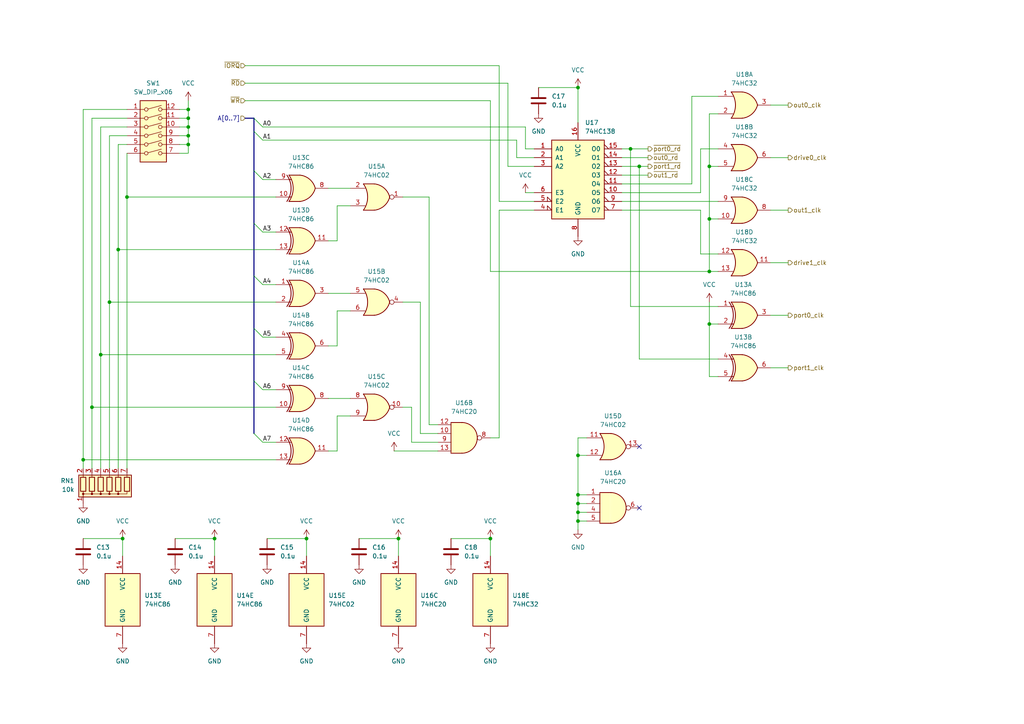
<source format=kicad_sch>
(kicad_sch (version 20211123) (generator eeschema)

  (uuid 9bac6850-2a98-44d3-88c7-bc6e776209f4)

  (paper "A4")

  (title_block
    (title "GPIO Board for Z80")
    (rev "v1.0")
  )

  (lib_symbols
    (symbol "74LS20_1" (pin_names (offset 1.016)) (in_bom yes) (on_board yes)
      (property "Reference" "U16" (id 0) (at 0 10.16 0)
        (effects (font (size 1.27 1.27)))
      )
      (property "Value" "74HC20" (id 1) (at 0 7.62 0)
        (effects (font (size 1.27 1.27)))
      )
      (property "Footprint" "Package_DIP:DIP-14_W7.62mm" (id 2) (at 0 0 0)
        (effects (font (size 1.27 1.27)) hide)
      )
      (property "Datasheet" "http://www.ti.com/lit/gpn/sn74LS20" (id 3) (at 0 0 0)
        (effects (font (size 1.27 1.27)) hide)
      )
      (property "ki_locked" "" (id 4) (at 0 0 0)
        (effects (font (size 1.27 1.27)))
      )
      (property "ki_keywords" "TTL Nand4" (id 5) (at 0 0 0)
        (effects (font (size 1.27 1.27)) hide)
      )
      (property "ki_description" "Dual 4-input NAND" (id 6) (at 0 0 0)
        (effects (font (size 1.27 1.27)) hide)
      )
      (property "ki_fp_filters" "DIP?12*" (id 7) (at 0 0 0)
        (effects (font (size 1.27 1.27)) hide)
      )
      (symbol "74LS20_1_1_1"
        (arc (start -0.635 -4.445) (mid 3.81 0) (end -0.635 4.445)
          (stroke (width 0.254) (type default) (color 0 0 0 0))
          (fill (type background))
        )
        (polyline
          (pts
            (xy -0.635 4.445)
            (xy -3.81 4.445)
            (xy -3.81 -4.445)
            (xy -0.635 -4.445)
          )
          (stroke (width 0.254) (type default) (color 0 0 0 0))
          (fill (type background))
        )
        (pin input line (at -7.62 3.81 0) (length 3.81)
          (name "~" (effects (font (size 1.27 1.27))))
          (number "1" (effects (font (size 1.27 1.27))))
        )
        (pin input line (at -7.62 1.27 0) (length 3.81)
          (name "~" (effects (font (size 1.27 1.27))))
          (number "2" (effects (font (size 1.27 1.27))))
        )
        (pin input line (at -7.62 -1.27 0) (length 3.81)
          (name "~" (effects (font (size 1.27 1.27))))
          (number "4" (effects (font (size 1.27 1.27))))
        )
        (pin input line (at -7.62 -3.81 0) (length 3.81)
          (name "~" (effects (font (size 1.27 1.27))))
          (number "5" (effects (font (size 1.27 1.27))))
        )
        (pin output inverted (at 7.62 0 180) (length 3.81)
          (name "~" (effects (font (size 1.27 1.27))))
          (number "6" (effects (font (size 1.27 1.27))))
        )
      )
      (symbol "74LS20_1_1_2"
        (arc (start -3.81 -4.445) (mid -2.5908 0) (end -3.81 4.445)
          (stroke (width 0.254) (type default) (color 0 0 0 0))
          (fill (type none))
        )
        (arc (start -0.6096 -4.445) (mid 2.224 -2.8428) (end 3.81 0)
          (stroke (width 0.254) (type default) (color 0 0 0 0))
          (fill (type background))
        )
        (polyline
          (pts
            (xy -3.81 -4.445)
            (xy -0.635 -4.445)
          )
          (stroke (width 0.254) (type default) (color 0 0 0 0))
          (fill (type background))
        )
        (polyline
          (pts
            (xy -3.81 4.445)
            (xy -0.635 4.445)
          )
          (stroke (width 0.254) (type default) (color 0 0 0 0))
          (fill (type background))
        )
        (polyline
          (pts
            (xy -0.635 4.445)
            (xy -3.81 4.445)
            (xy -3.81 4.445)
            (xy -3.6322 4.0894)
            (xy -3.0988 2.921)
            (xy -2.7686 1.6764)
            (xy -2.6162 0.4318)
            (xy -2.6416 -0.8636)
            (xy -2.8702 -2.1082)
            (xy -3.2512 -3.3274)
            (xy -3.81 -4.445)
            (xy -3.81 -4.445)
            (xy -0.635 -4.445)
          )
          (stroke (width -25.4) (type default) (color 0 0 0 0))
          (fill (type background))
        )
        (arc (start 3.81 0) (mid 2.2198 2.8386) (end -0.6096 4.445)
          (stroke (width 0.254) (type default) (color 0 0 0 0))
          (fill (type background))
        )
        (pin input inverted (at -7.62 3.81 0) (length 3.81)
          (name "~" (effects (font (size 1.27 1.27))))
          (number "1" (effects (font (size 1.27 1.27))))
        )
        (pin input inverted (at -7.62 1.27 0) (length 4.826)
          (name "~" (effects (font (size 1.27 1.27))))
          (number "2" (effects (font (size 1.27 1.27))))
        )
        (pin input inverted (at -7.62 -1.27 0) (length 4.826)
          (name "~" (effects (font (size 1.27 1.27))))
          (number "4" (effects (font (size 1.27 1.27))))
        )
        (pin input inverted (at -7.62 -3.81 0) (length 3.81)
          (name "~" (effects (font (size 1.27 1.27))))
          (number "5" (effects (font (size 1.27 1.27))))
        )
        (pin output line (at 7.62 0 180) (length 3.81)
          (name "~" (effects (font (size 1.27 1.27))))
          (number "6" (effects (font (size 1.27 1.27))))
        )
      )
      (symbol "74LS20_1_2_1"
        (arc (start -0.635 -4.445) (mid 3.81 0) (end -0.635 4.445)
          (stroke (width 0.254) (type default) (color 0 0 0 0))
          (fill (type background))
        )
        (polyline
          (pts
            (xy -0.635 4.445)
            (xy -3.81 4.445)
            (xy -3.81 -4.445)
            (xy -0.635 -4.445)
          )
          (stroke (width 0.254) (type default) (color 0 0 0 0))
          (fill (type background))
        )
        (pin input line (at -7.62 1.27 0) (length 3.81)
          (name "~" (effects (font (size 1.27 1.27))))
          (number "10" (effects (font (size 1.27 1.27))))
        )
        (pin input line (at -7.62 3.81 0) (length 3.81)
          (name "~" (effects (font (size 1.27 1.27))))
          (number "12" (effects (font (size 1.27 1.27))))
        )
        (pin input line (at -7.62 -3.81 0) (length 3.81)
          (name "~" (effects (font (size 1.27 1.27))))
          (number "13" (effects (font (size 1.27 1.27))))
        )
        (pin output inverted (at 7.62 0 180) (length 3.81)
          (name "~" (effects (font (size 1.27 1.27))))
          (number "8" (effects (font (size 1.27 1.27))))
        )
        (pin input line (at -7.62 -1.27 0) (length 3.81)
          (name "~" (effects (font (size 1.27 1.27))))
          (number "9" (effects (font (size 1.27 1.27))))
        )
      )
      (symbol "74LS20_1_2_2"
        (arc (start -3.81 -4.445) (mid -2.5908 0) (end -3.81 4.445)
          (stroke (width 0.254) (type default) (color 0 0 0 0))
          (fill (type none))
        )
        (arc (start -0.6096 -4.445) (mid 2.224 -2.8428) (end 3.81 0)
          (stroke (width 0.254) (type default) (color 0 0 0 0))
          (fill (type background))
        )
        (polyline
          (pts
            (xy -3.81 -4.445)
            (xy -0.635 -4.445)
          )
          (stroke (width 0.254) (type default) (color 0 0 0 0))
          (fill (type background))
        )
        (polyline
          (pts
            (xy -3.81 4.445)
            (xy -0.635 4.445)
          )
          (stroke (width 0.254) (type default) (color 0 0 0 0))
          (fill (type background))
        )
        (polyline
          (pts
            (xy -0.635 4.445)
            (xy -3.81 4.445)
            (xy -3.81 4.445)
            (xy -3.6322 4.0894)
            (xy -3.0988 2.921)
            (xy -2.7686 1.6764)
            (xy -2.6162 0.4318)
            (xy -2.6416 -0.8636)
            (xy -2.8702 -2.1082)
            (xy -3.2512 -3.3274)
            (xy -3.81 -4.445)
            (xy -3.81 -4.445)
            (xy -0.635 -4.445)
          )
          (stroke (width -25.4) (type default) (color 0 0 0 0))
          (fill (type background))
        )
        (arc (start 3.81 0) (mid 2.2198 2.8386) (end -0.6096 4.445)
          (stroke (width 0.254) (type default) (color 0 0 0 0))
          (fill (type background))
        )
        (pin input inverted (at -7.62 1.27 0) (length 4.826)
          (name "~" (effects (font (size 1.27 1.27))))
          (number "10" (effects (font (size 1.27 1.27))))
        )
        (pin input inverted (at -7.62 -1.27 0) (length 4.826)
          (name "~" (effects (font (size 1.27 1.27))))
          (number "12" (effects (font (size 1.27 1.27))))
        )
        (pin input inverted (at -7.62 -3.81 0) (length 3.81)
          (name "~" (effects (font (size 1.27 1.27))))
          (number "13" (effects (font (size 1.27 1.27))))
        )
        (pin output line (at 7.62 0 180) (length 3.81)
          (name "~" (effects (font (size 1.27 1.27))))
          (number "8" (effects (font (size 1.27 1.27))))
        )
        (pin input inverted (at -7.62 3.81 0) (length 3.81)
          (name "~" (effects (font (size 1.27 1.27))))
          (number "9" (effects (font (size 1.27 1.27))))
        )
      )
      (symbol "74LS20_1_3_0"
        (pin power_in line (at 0 12.7 270) (length 5.08)
          (name "VCC" (effects (font (size 1.27 1.27))))
          (number "14" (effects (font (size 1.27 1.27))))
        )
        (pin power_in line (at 0 -12.7 90) (length 5.08)
          (name "GND" (effects (font (size 1.27 1.27))))
          (number "7" (effects (font (size 1.27 1.27))))
        )
      )
      (symbol "74LS20_1_3_1"
        (rectangle (start -5.08 7.62) (end 5.08 -7.62)
          (stroke (width 0.254) (type default) (color 0 0 0 0))
          (fill (type background))
        )
      )
    )
    (symbol "74xx:74HC02" (pin_names (offset 1.016)) (in_bom yes) (on_board yes)
      (property "Reference" "U" (id 0) (at 0 1.27 0)
        (effects (font (size 1.27 1.27)))
      )
      (property "Value" "74HC02" (id 1) (at 0 -1.27 0)
        (effects (font (size 1.27 1.27)))
      )
      (property "Footprint" "" (id 2) (at 0 0 0)
        (effects (font (size 1.27 1.27)) hide)
      )
      (property "Datasheet" "http://www.ti.com/lit/gpn/sn74hc02" (id 3) (at 0 0 0)
        (effects (font (size 1.27 1.27)) hide)
      )
      (property "ki_locked" "" (id 4) (at 0 0 0)
        (effects (font (size 1.27 1.27)))
      )
      (property "ki_keywords" "HCMOS Nor2" (id 5) (at 0 0 0)
        (effects (font (size 1.27 1.27)) hide)
      )
      (property "ki_description" "quad 2-input NOR gate" (id 6) (at 0 0 0)
        (effects (font (size 1.27 1.27)) hide)
      )
      (property "ki_fp_filters" "SO14* DIP*W7.62mm*" (id 7) (at 0 0 0)
        (effects (font (size 1.27 1.27)) hide)
      )
      (symbol "74HC02_1_1"
        (arc (start -3.81 -3.81) (mid -2.589 0) (end -3.81 3.81)
          (stroke (width 0.254) (type default) (color 0 0 0 0))
          (fill (type none))
        )
        (arc (start -0.6096 -3.81) (mid 2.1855 -2.584) (end 3.81 0)
          (stroke (width 0.254) (type default) (color 0 0 0 0))
          (fill (type background))
        )
        (polyline
          (pts
            (xy -3.81 -3.81)
            (xy -0.635 -3.81)
          )
          (stroke (width 0.254) (type default) (color 0 0 0 0))
          (fill (type background))
        )
        (polyline
          (pts
            (xy -3.81 3.81)
            (xy -0.635 3.81)
          )
          (stroke (width 0.254) (type default) (color 0 0 0 0))
          (fill (type background))
        )
        (polyline
          (pts
            (xy -0.635 3.81)
            (xy -3.81 3.81)
            (xy -3.81 3.81)
            (xy -3.556 3.4036)
            (xy -3.0226 2.2606)
            (xy -2.6924 1.0414)
            (xy -2.6162 -0.254)
            (xy -2.7686 -1.4986)
            (xy -3.175 -2.7178)
            (xy -3.81 -3.81)
            (xy -3.81 -3.81)
            (xy -0.635 -3.81)
          )
          (stroke (width -25.4) (type default) (color 0 0 0 0))
          (fill (type background))
        )
        (arc (start 3.81 0) (mid 2.1928 2.5925) (end -0.6096 3.81)
          (stroke (width 0.254) (type default) (color 0 0 0 0))
          (fill (type background))
        )
        (pin output inverted (at 7.62 0 180) (length 3.81)
          (name "~" (effects (font (size 1.27 1.27))))
          (number "1" (effects (font (size 1.27 1.27))))
        )
        (pin input line (at -7.62 2.54 0) (length 4.318)
          (name "~" (effects (font (size 1.27 1.27))))
          (number "2" (effects (font (size 1.27 1.27))))
        )
        (pin input line (at -7.62 -2.54 0) (length 4.318)
          (name "~" (effects (font (size 1.27 1.27))))
          (number "3" (effects (font (size 1.27 1.27))))
        )
      )
      (symbol "74HC02_1_2"
        (arc (start 0 -3.81) (mid 3.81 0) (end 0 3.81)
          (stroke (width 0.254) (type default) (color 0 0 0 0))
          (fill (type background))
        )
        (polyline
          (pts
            (xy 0 3.81)
            (xy -3.81 3.81)
            (xy -3.81 -3.81)
            (xy 0 -3.81)
          )
          (stroke (width 0.254) (type default) (color 0 0 0 0))
          (fill (type background))
        )
        (pin output line (at 7.62 0 180) (length 3.81)
          (name "~" (effects (font (size 1.27 1.27))))
          (number "1" (effects (font (size 1.27 1.27))))
        )
        (pin input inverted (at -7.62 2.54 0) (length 3.81)
          (name "~" (effects (font (size 1.27 1.27))))
          (number "2" (effects (font (size 1.27 1.27))))
        )
        (pin input inverted (at -7.62 -2.54 0) (length 3.81)
          (name "~" (effects (font (size 1.27 1.27))))
          (number "3" (effects (font (size 1.27 1.27))))
        )
      )
      (symbol "74HC02_2_1"
        (arc (start -3.81 -3.81) (mid -2.589 0) (end -3.81 3.81)
          (stroke (width 0.254) (type default) (color 0 0 0 0))
          (fill (type none))
        )
        (arc (start -0.6096 -3.81) (mid 2.1855 -2.584) (end 3.81 0)
          (stroke (width 0.254) (type default) (color 0 0 0 0))
          (fill (type background))
        )
        (polyline
          (pts
            (xy -3.81 -3.81)
            (xy -0.635 -3.81)
          )
          (stroke (width 0.254) (type default) (color 0 0 0 0))
          (fill (type background))
        )
        (polyline
          (pts
            (xy -3.81 3.81)
            (xy -0.635 3.81)
          )
          (stroke (width 0.254) (type default) (color 0 0 0 0))
          (fill (type background))
        )
        (polyline
          (pts
            (xy -0.635 3.81)
            (xy -3.81 3.81)
            (xy -3.81 3.81)
            (xy -3.556 3.4036)
            (xy -3.0226 2.2606)
            (xy -2.6924 1.0414)
            (xy -2.6162 -0.254)
            (xy -2.7686 -1.4986)
            (xy -3.175 -2.7178)
            (xy -3.81 -3.81)
            (xy -3.81 -3.81)
            (xy -0.635 -3.81)
          )
          (stroke (width -25.4) (type default) (color 0 0 0 0))
          (fill (type background))
        )
        (arc (start 3.81 0) (mid 2.1928 2.5925) (end -0.6096 3.81)
          (stroke (width 0.254) (type default) (color 0 0 0 0))
          (fill (type background))
        )
        (pin output inverted (at 7.62 0 180) (length 3.81)
          (name "~" (effects (font (size 1.27 1.27))))
          (number "4" (effects (font (size 1.27 1.27))))
        )
        (pin input line (at -7.62 2.54 0) (length 4.318)
          (name "~" (effects (font (size 1.27 1.27))))
          (number "5" (effects (font (size 1.27 1.27))))
        )
        (pin input line (at -7.62 -2.54 0) (length 4.318)
          (name "~" (effects (font (size 1.27 1.27))))
          (number "6" (effects (font (size 1.27 1.27))))
        )
      )
      (symbol "74HC02_2_2"
        (arc (start 0 -3.81) (mid 3.81 0) (end 0 3.81)
          (stroke (width 0.254) (type default) (color 0 0 0 0))
          (fill (type background))
        )
        (polyline
          (pts
            (xy 0 3.81)
            (xy -3.81 3.81)
            (xy -3.81 -3.81)
            (xy 0 -3.81)
          )
          (stroke (width 0.254) (type default) (color 0 0 0 0))
          (fill (type background))
        )
        (pin output line (at 7.62 0 180) (length 3.81)
          (name "~" (effects (font (size 1.27 1.27))))
          (number "4" (effects (font (size 1.27 1.27))))
        )
        (pin input inverted (at -7.62 2.54 0) (length 3.81)
          (name "~" (effects (font (size 1.27 1.27))))
          (number "5" (effects (font (size 1.27 1.27))))
        )
        (pin input inverted (at -7.62 -2.54 0) (length 3.81)
          (name "~" (effects (font (size 1.27 1.27))))
          (number "6" (effects (font (size 1.27 1.27))))
        )
      )
      (symbol "74HC02_3_1"
        (arc (start -3.81 -3.81) (mid -2.589 0) (end -3.81 3.81)
          (stroke (width 0.254) (type default) (color 0 0 0 0))
          (fill (type none))
        )
        (arc (start -0.6096 -3.81) (mid 2.1855 -2.584) (end 3.81 0)
          (stroke (width 0.254) (type default) (color 0 0 0 0))
          (fill (type background))
        )
        (polyline
          (pts
            (xy -3.81 -3.81)
            (xy -0.635 -3.81)
          )
          (stroke (width 0.254) (type default) (color 0 0 0 0))
          (fill (type background))
        )
        (polyline
          (pts
            (xy -3.81 3.81)
            (xy -0.635 3.81)
          )
          (stroke (width 0.254) (type default) (color 0 0 0 0))
          (fill (type background))
        )
        (polyline
          (pts
            (xy -0.635 3.81)
            (xy -3.81 3.81)
            (xy -3.81 3.81)
            (xy -3.556 3.4036)
            (xy -3.0226 2.2606)
            (xy -2.6924 1.0414)
            (xy -2.6162 -0.254)
            (xy -2.7686 -1.4986)
            (xy -3.175 -2.7178)
            (xy -3.81 -3.81)
            (xy -3.81 -3.81)
            (xy -0.635 -3.81)
          )
          (stroke (width -25.4) (type default) (color 0 0 0 0))
          (fill (type background))
        )
        (arc (start 3.81 0) (mid 2.1928 2.5925) (end -0.6096 3.81)
          (stroke (width 0.254) (type default) (color 0 0 0 0))
          (fill (type background))
        )
        (pin output inverted (at 7.62 0 180) (length 3.81)
          (name "~" (effects (font (size 1.27 1.27))))
          (number "10" (effects (font (size 1.27 1.27))))
        )
        (pin input line (at -7.62 2.54 0) (length 4.318)
          (name "~" (effects (font (size 1.27 1.27))))
          (number "8" (effects (font (size 1.27 1.27))))
        )
        (pin input line (at -7.62 -2.54 0) (length 4.318)
          (name "~" (effects (font (size 1.27 1.27))))
          (number "9" (effects (font (size 1.27 1.27))))
        )
      )
      (symbol "74HC02_3_2"
        (arc (start 0 -3.81) (mid 3.81 0) (end 0 3.81)
          (stroke (width 0.254) (type default) (color 0 0 0 0))
          (fill (type background))
        )
        (polyline
          (pts
            (xy 0 3.81)
            (xy -3.81 3.81)
            (xy -3.81 -3.81)
            (xy 0 -3.81)
          )
          (stroke (width 0.254) (type default) (color 0 0 0 0))
          (fill (type background))
        )
        (pin output line (at 7.62 0 180) (length 3.81)
          (name "~" (effects (font (size 1.27 1.27))))
          (number "10" (effects (font (size 1.27 1.27))))
        )
        (pin input inverted (at -7.62 2.54 0) (length 3.81)
          (name "~" (effects (font (size 1.27 1.27))))
          (number "8" (effects (font (size 1.27 1.27))))
        )
        (pin input inverted (at -7.62 -2.54 0) (length 3.81)
          (name "~" (effects (font (size 1.27 1.27))))
          (number "9" (effects (font (size 1.27 1.27))))
        )
      )
      (symbol "74HC02_4_1"
        (arc (start -3.81 -3.81) (mid -2.589 0) (end -3.81 3.81)
          (stroke (width 0.254) (type default) (color 0 0 0 0))
          (fill (type none))
        )
        (arc (start -0.6096 -3.81) (mid 2.1855 -2.584) (end 3.81 0)
          (stroke (width 0.254) (type default) (color 0 0 0 0))
          (fill (type background))
        )
        (polyline
          (pts
            (xy -3.81 -3.81)
            (xy -0.635 -3.81)
          )
          (stroke (width 0.254) (type default) (color 0 0 0 0))
          (fill (type background))
        )
        (polyline
          (pts
            (xy -3.81 3.81)
            (xy -0.635 3.81)
          )
          (stroke (width 0.254) (type default) (color 0 0 0 0))
          (fill (type background))
        )
        (polyline
          (pts
            (xy -0.635 3.81)
            (xy -3.81 3.81)
            (xy -3.81 3.81)
            (xy -3.556 3.4036)
            (xy -3.0226 2.2606)
            (xy -2.6924 1.0414)
            (xy -2.6162 -0.254)
            (xy -2.7686 -1.4986)
            (xy -3.175 -2.7178)
            (xy -3.81 -3.81)
            (xy -3.81 -3.81)
            (xy -0.635 -3.81)
          )
          (stroke (width -25.4) (type default) (color 0 0 0 0))
          (fill (type background))
        )
        (arc (start 3.81 0) (mid 2.1928 2.5925) (end -0.6096 3.81)
          (stroke (width 0.254) (type default) (color 0 0 0 0))
          (fill (type background))
        )
        (pin input line (at -7.62 2.54 0) (length 4.318)
          (name "~" (effects (font (size 1.27 1.27))))
          (number "11" (effects (font (size 1.27 1.27))))
        )
        (pin input line (at -7.62 -2.54 0) (length 4.318)
          (name "~" (effects (font (size 1.27 1.27))))
          (number "12" (effects (font (size 1.27 1.27))))
        )
        (pin output inverted (at 7.62 0 180) (length 3.81)
          (name "~" (effects (font (size 1.27 1.27))))
          (number "13" (effects (font (size 1.27 1.27))))
        )
      )
      (symbol "74HC02_4_2"
        (arc (start 0 -3.81) (mid 3.81 0) (end 0 3.81)
          (stroke (width 0.254) (type default) (color 0 0 0 0))
          (fill (type background))
        )
        (polyline
          (pts
            (xy 0 3.81)
            (xy -3.81 3.81)
            (xy -3.81 -3.81)
            (xy 0 -3.81)
          )
          (stroke (width 0.254) (type default) (color 0 0 0 0))
          (fill (type background))
        )
        (pin input inverted (at -7.62 2.54 0) (length 3.81)
          (name "~" (effects (font (size 1.27 1.27))))
          (number "11" (effects (font (size 1.27 1.27))))
        )
        (pin input inverted (at -7.62 -2.54 0) (length 3.81)
          (name "~" (effects (font (size 1.27 1.27))))
          (number "12" (effects (font (size 1.27 1.27))))
        )
        (pin output line (at 7.62 0 180) (length 3.81)
          (name "~" (effects (font (size 1.27 1.27))))
          (number "13" (effects (font (size 1.27 1.27))))
        )
      )
      (symbol "74HC02_5_0"
        (pin power_in line (at 0 12.7 270) (length 5.08)
          (name "VCC" (effects (font (size 1.27 1.27))))
          (number "14" (effects (font (size 1.27 1.27))))
        )
        (pin power_in line (at 0 -12.7 90) (length 5.08)
          (name "GND" (effects (font (size 1.27 1.27))))
          (number "7" (effects (font (size 1.27 1.27))))
        )
      )
      (symbol "74HC02_5_1"
        (rectangle (start -5.08 7.62) (end 5.08 -7.62)
          (stroke (width 0.254) (type default) (color 0 0 0 0))
          (fill (type background))
        )
      )
    )
    (symbol "74xx:74HC86" (pin_names (offset 1.016)) (in_bom yes) (on_board yes)
      (property "Reference" "U" (id 0) (at 0 1.27 0)
        (effects (font (size 1.27 1.27)))
      )
      (property "Value" "74HC86" (id 1) (at 0 -1.27 0)
        (effects (font (size 1.27 1.27)))
      )
      (property "Footprint" "" (id 2) (at 0 0 0)
        (effects (font (size 1.27 1.27)) hide)
      )
      (property "Datasheet" "http://www.ti.com/lit/gpn/sn74HC86" (id 3) (at 0 0 0)
        (effects (font (size 1.27 1.27)) hide)
      )
      (property "ki_locked" "" (id 4) (at 0 0 0)
        (effects (font (size 1.27 1.27)))
      )
      (property "ki_keywords" "TTL XOR2" (id 5) (at 0 0 0)
        (effects (font (size 1.27 1.27)) hide)
      )
      (property "ki_description" "Quad 2-input XOR" (id 6) (at 0 0 0)
        (effects (font (size 1.27 1.27)) hide)
      )
      (property "ki_fp_filters" "DIP*W7.62mm*" (id 7) (at 0 0 0)
        (effects (font (size 1.27 1.27)) hide)
      )
      (symbol "74HC86_1_0"
        (arc (start -4.4196 -3.81) (mid -3.2033 0) (end -4.4196 3.81)
          (stroke (width 0.254) (type default) (color 0 0 0 0))
          (fill (type none))
        )
        (arc (start -3.81 -3.81) (mid -2.589 0) (end -3.81 3.81)
          (stroke (width 0.254) (type default) (color 0 0 0 0))
          (fill (type none))
        )
        (arc (start -0.6096 -3.81) (mid 2.1855 -2.584) (end 3.81 0)
          (stroke (width 0.254) (type default) (color 0 0 0 0))
          (fill (type background))
        )
        (polyline
          (pts
            (xy -3.81 -3.81)
            (xy -0.635 -3.81)
          )
          (stroke (width 0.254) (type default) (color 0 0 0 0))
          (fill (type background))
        )
        (polyline
          (pts
            (xy -3.81 3.81)
            (xy -0.635 3.81)
          )
          (stroke (width 0.254) (type default) (color 0 0 0 0))
          (fill (type background))
        )
        (polyline
          (pts
            (xy -0.635 3.81)
            (xy -3.81 3.81)
            (xy -3.81 3.81)
            (xy -3.556 3.4036)
            (xy -3.0226 2.2606)
            (xy -2.6924 1.0414)
            (xy -2.6162 -0.254)
            (xy -2.7686 -1.4986)
            (xy -3.175 -2.7178)
            (xy -3.81 -3.81)
            (xy -3.81 -3.81)
            (xy -0.635 -3.81)
          )
          (stroke (width -25.4) (type default) (color 0 0 0 0))
          (fill (type background))
        )
        (arc (start 3.81 0) (mid 2.1928 2.5925) (end -0.6096 3.81)
          (stroke (width 0.254) (type default) (color 0 0 0 0))
          (fill (type background))
        )
        (pin input line (at -7.62 2.54 0) (length 4.445)
          (name "~" (effects (font (size 1.27 1.27))))
          (number "1" (effects (font (size 1.27 1.27))))
        )
        (pin input line (at -7.62 -2.54 0) (length 4.445)
          (name "~" (effects (font (size 1.27 1.27))))
          (number "2" (effects (font (size 1.27 1.27))))
        )
        (pin output line (at 7.62 0 180) (length 3.81)
          (name "~" (effects (font (size 1.27 1.27))))
          (number "3" (effects (font (size 1.27 1.27))))
        )
      )
      (symbol "74HC86_1_1"
        (polyline
          (pts
            (xy -3.81 -2.54)
            (xy -3.175 -2.54)
          )
          (stroke (width 0.1524) (type default) (color 0 0 0 0))
          (fill (type none))
        )
        (polyline
          (pts
            (xy -3.81 2.54)
            (xy -3.175 2.54)
          )
          (stroke (width 0.1524) (type default) (color 0 0 0 0))
          (fill (type none))
        )
      )
      (symbol "74HC86_2_0"
        (arc (start -4.4196 -3.81) (mid -3.2033 0) (end -4.4196 3.81)
          (stroke (width 0.254) (type default) (color 0 0 0 0))
          (fill (type none))
        )
        (arc (start -3.81 -3.81) (mid -2.589 0) (end -3.81 3.81)
          (stroke (width 0.254) (type default) (color 0 0 0 0))
          (fill (type none))
        )
        (arc (start -0.6096 -3.81) (mid 2.1855 -2.584) (end 3.81 0)
          (stroke (width 0.254) (type default) (color 0 0 0 0))
          (fill (type background))
        )
        (polyline
          (pts
            (xy -3.81 -3.81)
            (xy -0.635 -3.81)
          )
          (stroke (width 0.254) (type default) (color 0 0 0 0))
          (fill (type background))
        )
        (polyline
          (pts
            (xy -3.81 3.81)
            (xy -0.635 3.81)
          )
          (stroke (width 0.254) (type default) (color 0 0 0 0))
          (fill (type background))
        )
        (polyline
          (pts
            (xy -0.635 3.81)
            (xy -3.81 3.81)
            (xy -3.81 3.81)
            (xy -3.556 3.4036)
            (xy -3.0226 2.2606)
            (xy -2.6924 1.0414)
            (xy -2.6162 -0.254)
            (xy -2.7686 -1.4986)
            (xy -3.175 -2.7178)
            (xy -3.81 -3.81)
            (xy -3.81 -3.81)
            (xy -0.635 -3.81)
          )
          (stroke (width -25.4) (type default) (color 0 0 0 0))
          (fill (type background))
        )
        (arc (start 3.81 0) (mid 2.1928 2.5925) (end -0.6096 3.81)
          (stroke (width 0.254) (type default) (color 0 0 0 0))
          (fill (type background))
        )
        (pin input line (at -7.62 2.54 0) (length 4.445)
          (name "~" (effects (font (size 1.27 1.27))))
          (number "4" (effects (font (size 1.27 1.27))))
        )
        (pin input line (at -7.62 -2.54 0) (length 4.445)
          (name "~" (effects (font (size 1.27 1.27))))
          (number "5" (effects (font (size 1.27 1.27))))
        )
        (pin output line (at 7.62 0 180) (length 3.81)
          (name "~" (effects (font (size 1.27 1.27))))
          (number "6" (effects (font (size 1.27 1.27))))
        )
      )
      (symbol "74HC86_2_1"
        (polyline
          (pts
            (xy -3.81 -2.54)
            (xy -3.175 -2.54)
          )
          (stroke (width 0.1524) (type default) (color 0 0 0 0))
          (fill (type none))
        )
        (polyline
          (pts
            (xy -3.81 2.54)
            (xy -3.175 2.54)
          )
          (stroke (width 0.1524) (type default) (color 0 0 0 0))
          (fill (type none))
        )
      )
      (symbol "74HC86_3_0"
        (arc (start -4.4196 -3.81) (mid -3.2033 0) (end -4.4196 3.81)
          (stroke (width 0.254) (type default) (color 0 0 0 0))
          (fill (type none))
        )
        (arc (start -3.81 -3.81) (mid -2.589 0) (end -3.81 3.81)
          (stroke (width 0.254) (type default) (color 0 0 0 0))
          (fill (type none))
        )
        (arc (start -0.6096 -3.81) (mid 2.1855 -2.584) (end 3.81 0)
          (stroke (width 0.254) (type default) (color 0 0 0 0))
          (fill (type background))
        )
        (polyline
          (pts
            (xy -3.81 -3.81)
            (xy -0.635 -3.81)
          )
          (stroke (width 0.254) (type default) (color 0 0 0 0))
          (fill (type background))
        )
        (polyline
          (pts
            (xy -3.81 3.81)
            (xy -0.635 3.81)
          )
          (stroke (width 0.254) (type default) (color 0 0 0 0))
          (fill (type background))
        )
        (polyline
          (pts
            (xy -0.635 3.81)
            (xy -3.81 3.81)
            (xy -3.81 3.81)
            (xy -3.556 3.4036)
            (xy -3.0226 2.2606)
            (xy -2.6924 1.0414)
            (xy -2.6162 -0.254)
            (xy -2.7686 -1.4986)
            (xy -3.175 -2.7178)
            (xy -3.81 -3.81)
            (xy -3.81 -3.81)
            (xy -0.635 -3.81)
          )
          (stroke (width -25.4) (type default) (color 0 0 0 0))
          (fill (type background))
        )
        (arc (start 3.81 0) (mid 2.1928 2.5925) (end -0.6096 3.81)
          (stroke (width 0.254) (type default) (color 0 0 0 0))
          (fill (type background))
        )
        (pin input line (at -7.62 -2.54 0) (length 4.445)
          (name "~" (effects (font (size 1.27 1.27))))
          (number "10" (effects (font (size 1.27 1.27))))
        )
        (pin output line (at 7.62 0 180) (length 3.81)
          (name "~" (effects (font (size 1.27 1.27))))
          (number "8" (effects (font (size 1.27 1.27))))
        )
        (pin input line (at -7.62 2.54 0) (length 4.445)
          (name "~" (effects (font (size 1.27 1.27))))
          (number "9" (effects (font (size 1.27 1.27))))
        )
      )
      (symbol "74HC86_3_1"
        (polyline
          (pts
            (xy -3.81 -2.54)
            (xy -3.175 -2.54)
          )
          (stroke (width 0.1524) (type default) (color 0 0 0 0))
          (fill (type none))
        )
        (polyline
          (pts
            (xy -3.81 2.54)
            (xy -3.175 2.54)
          )
          (stroke (width 0.1524) (type default) (color 0 0 0 0))
          (fill (type none))
        )
      )
      (symbol "74HC86_4_0"
        (arc (start -4.4196 -3.81) (mid -3.2033 0) (end -4.4196 3.81)
          (stroke (width 0.254) (type default) (color 0 0 0 0))
          (fill (type none))
        )
        (arc (start -3.81 -3.81) (mid -2.589 0) (end -3.81 3.81)
          (stroke (width 0.254) (type default) (color 0 0 0 0))
          (fill (type none))
        )
        (arc (start -0.6096 -3.81) (mid 2.1855 -2.584) (end 3.81 0)
          (stroke (width 0.254) (type default) (color 0 0 0 0))
          (fill (type background))
        )
        (polyline
          (pts
            (xy -3.81 -3.81)
            (xy -0.635 -3.81)
          )
          (stroke (width 0.254) (type default) (color 0 0 0 0))
          (fill (type background))
        )
        (polyline
          (pts
            (xy -3.81 3.81)
            (xy -0.635 3.81)
          )
          (stroke (width 0.254) (type default) (color 0 0 0 0))
          (fill (type background))
        )
        (polyline
          (pts
            (xy -0.635 3.81)
            (xy -3.81 3.81)
            (xy -3.81 3.81)
            (xy -3.556 3.4036)
            (xy -3.0226 2.2606)
            (xy -2.6924 1.0414)
            (xy -2.6162 -0.254)
            (xy -2.7686 -1.4986)
            (xy -3.175 -2.7178)
            (xy -3.81 -3.81)
            (xy -3.81 -3.81)
            (xy -0.635 -3.81)
          )
          (stroke (width -25.4) (type default) (color 0 0 0 0))
          (fill (type background))
        )
        (arc (start 3.81 0) (mid 2.1928 2.5925) (end -0.6096 3.81)
          (stroke (width 0.254) (type default) (color 0 0 0 0))
          (fill (type background))
        )
        (pin output line (at 7.62 0 180) (length 3.81)
          (name "~" (effects (font (size 1.27 1.27))))
          (number "11" (effects (font (size 1.27 1.27))))
        )
        (pin input line (at -7.62 2.54 0) (length 4.445)
          (name "~" (effects (font (size 1.27 1.27))))
          (number "12" (effects (font (size 1.27 1.27))))
        )
        (pin input line (at -7.62 -2.54 0) (length 4.445)
          (name "~" (effects (font (size 1.27 1.27))))
          (number "13" (effects (font (size 1.27 1.27))))
        )
      )
      (symbol "74HC86_4_1"
        (polyline
          (pts
            (xy -3.81 -2.54)
            (xy -3.175 -2.54)
          )
          (stroke (width 0.1524) (type default) (color 0 0 0 0))
          (fill (type none))
        )
        (polyline
          (pts
            (xy -3.81 2.54)
            (xy -3.175 2.54)
          )
          (stroke (width 0.1524) (type default) (color 0 0 0 0))
          (fill (type none))
        )
      )
      (symbol "74HC86_5_0"
        (pin power_in line (at 0 12.7 270) (length 5.08)
          (name "VCC" (effects (font (size 1.27 1.27))))
          (number "14" (effects (font (size 1.27 1.27))))
        )
        (pin power_in line (at 0 -12.7 90) (length 5.08)
          (name "GND" (effects (font (size 1.27 1.27))))
          (number "7" (effects (font (size 1.27 1.27))))
        )
      )
      (symbol "74HC86_5_1"
        (rectangle (start -5.08 7.62) (end 5.08 -7.62)
          (stroke (width 0.254) (type default) (color 0 0 0 0))
          (fill (type background))
        )
      )
    )
    (symbol "74xx:74LS138" (pin_names (offset 1.016)) (in_bom yes) (on_board yes)
      (property "Reference" "U" (id 0) (at -7.62 11.43 0)
        (effects (font (size 1.27 1.27)))
      )
      (property "Value" "74LS138" (id 1) (at -7.62 -13.97 0)
        (effects (font (size 1.27 1.27)))
      )
      (property "Footprint" "" (id 2) (at 0 0 0)
        (effects (font (size 1.27 1.27)) hide)
      )
      (property "Datasheet" "http://www.ti.com/lit/gpn/sn74LS138" (id 3) (at 0 0 0)
        (effects (font (size 1.27 1.27)) hide)
      )
      (property "ki_locked" "" (id 4) (at 0 0 0)
        (effects (font (size 1.27 1.27)))
      )
      (property "ki_keywords" "TTL DECOD DECOD8" (id 5) (at 0 0 0)
        (effects (font (size 1.27 1.27)) hide)
      )
      (property "ki_description" "Decoder 3 to 8 active low outputs" (id 6) (at 0 0 0)
        (effects (font (size 1.27 1.27)) hide)
      )
      (property "ki_fp_filters" "DIP?16*" (id 7) (at 0 0 0)
        (effects (font (size 1.27 1.27)) hide)
      )
      (symbol "74LS138_1_0"
        (pin input line (at -12.7 7.62 0) (length 5.08)
          (name "A0" (effects (font (size 1.27 1.27))))
          (number "1" (effects (font (size 1.27 1.27))))
        )
        (pin output output_low (at 12.7 -5.08 180) (length 5.08)
          (name "O5" (effects (font (size 1.27 1.27))))
          (number "10" (effects (font (size 1.27 1.27))))
        )
        (pin output output_low (at 12.7 -2.54 180) (length 5.08)
          (name "O4" (effects (font (size 1.27 1.27))))
          (number "11" (effects (font (size 1.27 1.27))))
        )
        (pin output output_low (at 12.7 0 180) (length 5.08)
          (name "O3" (effects (font (size 1.27 1.27))))
          (number "12" (effects (font (size 1.27 1.27))))
        )
        (pin output output_low (at 12.7 2.54 180) (length 5.08)
          (name "O2" (effects (font (size 1.27 1.27))))
          (number "13" (effects (font (size 1.27 1.27))))
        )
        (pin output output_low (at 12.7 5.08 180) (length 5.08)
          (name "O1" (effects (font (size 1.27 1.27))))
          (number "14" (effects (font (size 1.27 1.27))))
        )
        (pin output output_low (at 12.7 7.62 180) (length 5.08)
          (name "O0" (effects (font (size 1.27 1.27))))
          (number "15" (effects (font (size 1.27 1.27))))
        )
        (pin power_in line (at 0 15.24 270) (length 5.08)
          (name "VCC" (effects (font (size 1.27 1.27))))
          (number "16" (effects (font (size 1.27 1.27))))
        )
        (pin input line (at -12.7 5.08 0) (length 5.08)
          (name "A1" (effects (font (size 1.27 1.27))))
          (number "2" (effects (font (size 1.27 1.27))))
        )
        (pin input line (at -12.7 2.54 0) (length 5.08)
          (name "A2" (effects (font (size 1.27 1.27))))
          (number "3" (effects (font (size 1.27 1.27))))
        )
        (pin input input_low (at -12.7 -10.16 0) (length 5.08)
          (name "E1" (effects (font (size 1.27 1.27))))
          (number "4" (effects (font (size 1.27 1.27))))
        )
        (pin input input_low (at -12.7 -7.62 0) (length 5.08)
          (name "E2" (effects (font (size 1.27 1.27))))
          (number "5" (effects (font (size 1.27 1.27))))
        )
        (pin input line (at -12.7 -5.08 0) (length 5.08)
          (name "E3" (effects (font (size 1.27 1.27))))
          (number "6" (effects (font (size 1.27 1.27))))
        )
        (pin output output_low (at 12.7 -10.16 180) (length 5.08)
          (name "O7" (effects (font (size 1.27 1.27))))
          (number "7" (effects (font (size 1.27 1.27))))
        )
        (pin power_in line (at 0 -17.78 90) (length 5.08)
          (name "GND" (effects (font (size 1.27 1.27))))
          (number "8" (effects (font (size 1.27 1.27))))
        )
        (pin output output_low (at 12.7 -7.62 180) (length 5.08)
          (name "O6" (effects (font (size 1.27 1.27))))
          (number "9" (effects (font (size 1.27 1.27))))
        )
      )
      (symbol "74LS138_1_1"
        (rectangle (start -7.62 10.16) (end 7.62 -12.7)
          (stroke (width 0.254) (type default) (color 0 0 0 0))
          (fill (type background))
        )
      )
    )
    (symbol "74xx:74LS20" (pin_names (offset 1.016)) (in_bom yes) (on_board yes)
      (property "Reference" "U" (id 0) (at 0 1.27 0)
        (effects (font (size 1.27 1.27)))
      )
      (property "Value" "74LS20" (id 1) (at 0 -1.27 0)
        (effects (font (size 1.27 1.27)))
      )
      (property "Footprint" "" (id 2) (at 0 0 0)
        (effects (font (size 1.27 1.27)) hide)
      )
      (property "Datasheet" "http://www.ti.com/lit/gpn/sn74LS20" (id 3) (at 0 0 0)
        (effects (font (size 1.27 1.27)) hide)
      )
      (property "ki_locked" "" (id 4) (at 0 0 0)
        (effects (font (size 1.27 1.27)))
      )
      (property "ki_keywords" "TTL Nand4" (id 5) (at 0 0 0)
        (effects (font (size 1.27 1.27)) hide)
      )
      (property "ki_description" "Dual 4-input NAND" (id 6) (at 0 0 0)
        (effects (font (size 1.27 1.27)) hide)
      )
      (property "ki_fp_filters" "DIP?12*" (id 7) (at 0 0 0)
        (effects (font (size 1.27 1.27)) hide)
      )
      (symbol "74LS20_1_1"
        (arc (start -0.635 -4.445) (mid 3.81 0) (end -0.635 4.445)
          (stroke (width 0.254) (type default) (color 0 0 0 0))
          (fill (type background))
        )
        (polyline
          (pts
            (xy -0.635 4.445)
            (xy -3.81 4.445)
            (xy -3.81 -4.445)
            (xy -0.635 -4.445)
          )
          (stroke (width 0.254) (type default) (color 0 0 0 0))
          (fill (type background))
        )
        (pin input line (at -7.62 3.81 0) (length 3.81)
          (name "~" (effects (font (size 1.27 1.27))))
          (number "1" (effects (font (size 1.27 1.27))))
        )
        (pin input line (at -7.62 1.27 0) (length 3.81)
          (name "~" (effects (font (size 1.27 1.27))))
          (number "2" (effects (font (size 1.27 1.27))))
        )
        (pin input line (at -7.62 -1.27 0) (length 3.81)
          (name "~" (effects (font (size 1.27 1.27))))
          (number "4" (effects (font (size 1.27 1.27))))
        )
        (pin input line (at -7.62 -3.81 0) (length 3.81)
          (name "~" (effects (font (size 1.27 1.27))))
          (number "5" (effects (font (size 1.27 1.27))))
        )
        (pin output inverted (at 7.62 0 180) (length 3.81)
          (name "~" (effects (font (size 1.27 1.27))))
          (number "6" (effects (font (size 1.27 1.27))))
        )
      )
      (symbol "74LS20_1_2"
        (arc (start -3.81 -4.445) (mid -2.5908 0) (end -3.81 4.445)
          (stroke (width 0.254) (type default) (color 0 0 0 0))
          (fill (type none))
        )
        (arc (start -0.6096 -4.445) (mid 2.224 -2.8428) (end 3.81 0)
          (stroke (width 0.254) (type default) (color 0 0 0 0))
          (fill (type background))
        )
        (polyline
          (pts
            (xy -3.81 -4.445)
            (xy -0.635 -4.445)
          )
          (stroke (width 0.254) (type default) (color 0 0 0 0))
          (fill (type background))
        )
        (polyline
          (pts
            (xy -3.81 4.445)
            (xy -0.635 4.445)
          )
          (stroke (width 0.254) (type default) (color 0 0 0 0))
          (fill (type background))
        )
        (polyline
          (pts
            (xy -0.635 4.445)
            (xy -3.81 4.445)
            (xy -3.81 4.445)
            (xy -3.6322 4.0894)
            (xy -3.0988 2.921)
            (xy -2.7686 1.6764)
            (xy -2.6162 0.4318)
            (xy -2.6416 -0.8636)
            (xy -2.8702 -2.1082)
            (xy -3.2512 -3.3274)
            (xy -3.81 -4.445)
            (xy -3.81 -4.445)
            (xy -0.635 -4.445)
          )
          (stroke (width -25.4) (type default) (color 0 0 0 0))
          (fill (type background))
        )
        (arc (start 3.81 0) (mid 2.2198 2.8386) (end -0.6096 4.445)
          (stroke (width 0.254) (type default) (color 0 0 0 0))
          (fill (type background))
        )
        (pin input inverted (at -7.62 3.81 0) (length 3.81)
          (name "~" (effects (font (size 1.27 1.27))))
          (number "1" (effects (font (size 1.27 1.27))))
        )
        (pin input inverted (at -7.62 1.27 0) (length 4.826)
          (name "~" (effects (font (size 1.27 1.27))))
          (number "2" (effects (font (size 1.27 1.27))))
        )
        (pin input inverted (at -7.62 -1.27 0) (length 4.826)
          (name "~" (effects (font (size 1.27 1.27))))
          (number "4" (effects (font (size 1.27 1.27))))
        )
        (pin input inverted (at -7.62 -3.81 0) (length 3.81)
          (name "~" (effects (font (size 1.27 1.27))))
          (number "5" (effects (font (size 1.27 1.27))))
        )
        (pin output line (at 7.62 0 180) (length 3.81)
          (name "~" (effects (font (size 1.27 1.27))))
          (number "6" (effects (font (size 1.27 1.27))))
        )
      )
      (symbol "74LS20_2_1"
        (arc (start -0.635 -4.445) (mid 3.81 0) (end -0.635 4.445)
          (stroke (width 0.254) (type default) (color 0 0 0 0))
          (fill (type background))
        )
        (polyline
          (pts
            (xy -0.635 4.445)
            (xy -3.81 4.445)
            (xy -3.81 -4.445)
            (xy -0.635 -4.445)
          )
          (stroke (width 0.254) (type default) (color 0 0 0 0))
          (fill (type background))
        )
        (pin input line (at -7.62 1.27 0) (length 3.81)
          (name "~" (effects (font (size 1.27 1.27))))
          (number "10" (effects (font (size 1.27 1.27))))
        )
        (pin input line (at -7.62 -1.27 0) (length 3.81)
          (name "~" (effects (font (size 1.27 1.27))))
          (number "12" (effects (font (size 1.27 1.27))))
        )
        (pin input line (at -7.62 -3.81 0) (length 3.81)
          (name "~" (effects (font (size 1.27 1.27))))
          (number "13" (effects (font (size 1.27 1.27))))
        )
        (pin output inverted (at 7.62 0 180) (length 3.81)
          (name "~" (effects (font (size 1.27 1.27))))
          (number "8" (effects (font (size 1.27 1.27))))
        )
        (pin input line (at -7.62 3.81 0) (length 3.81)
          (name "~" (effects (font (size 1.27 1.27))))
          (number "9" (effects (font (size 1.27 1.27))))
        )
      )
      (symbol "74LS20_2_2"
        (arc (start -3.81 -4.445) (mid -2.5908 0) (end -3.81 4.445)
          (stroke (width 0.254) (type default) (color 0 0 0 0))
          (fill (type none))
        )
        (arc (start -0.6096 -4.445) (mid 2.224 -2.8428) (end 3.81 0)
          (stroke (width 0.254) (type default) (color 0 0 0 0))
          (fill (type background))
        )
        (polyline
          (pts
            (xy -3.81 -4.445)
            (xy -0.635 -4.445)
          )
          (stroke (width 0.254) (type default) (color 0 0 0 0))
          (fill (type background))
        )
        (polyline
          (pts
            (xy -3.81 4.445)
            (xy -0.635 4.445)
          )
          (stroke (width 0.254) (type default) (color 0 0 0 0))
          (fill (type background))
        )
        (polyline
          (pts
            (xy -0.635 4.445)
            (xy -3.81 4.445)
            (xy -3.81 4.445)
            (xy -3.6322 4.0894)
            (xy -3.0988 2.921)
            (xy -2.7686 1.6764)
            (xy -2.6162 0.4318)
            (xy -2.6416 -0.8636)
            (xy -2.8702 -2.1082)
            (xy -3.2512 -3.3274)
            (xy -3.81 -4.445)
            (xy -3.81 -4.445)
            (xy -0.635 -4.445)
          )
          (stroke (width -25.4) (type default) (color 0 0 0 0))
          (fill (type background))
        )
        (arc (start 3.81 0) (mid 2.2198 2.8386) (end -0.6096 4.445)
          (stroke (width 0.254) (type default) (color 0 0 0 0))
          (fill (type background))
        )
        (pin input inverted (at -7.62 1.27 0) (length 4.826)
          (name "~" (effects (font (size 1.27 1.27))))
          (number "10" (effects (font (size 1.27 1.27))))
        )
        (pin input inverted (at -7.62 -1.27 0) (length 4.826)
          (name "~" (effects (font (size 1.27 1.27))))
          (number "12" (effects (font (size 1.27 1.27))))
        )
        (pin input inverted (at -7.62 -3.81 0) (length 3.81)
          (name "~" (effects (font (size 1.27 1.27))))
          (number "13" (effects (font (size 1.27 1.27))))
        )
        (pin output line (at 7.62 0 180) (length 3.81)
          (name "~" (effects (font (size 1.27 1.27))))
          (number "8" (effects (font (size 1.27 1.27))))
        )
        (pin input inverted (at -7.62 3.81 0) (length 3.81)
          (name "~" (effects (font (size 1.27 1.27))))
          (number "9" (effects (font (size 1.27 1.27))))
        )
      )
      (symbol "74LS20_3_0"
        (pin power_in line (at 0 12.7 270) (length 5.08)
          (name "VCC" (effects (font (size 1.27 1.27))))
          (number "14" (effects (font (size 1.27 1.27))))
        )
        (pin power_in line (at 0 -12.7 90) (length 5.08)
          (name "GND" (effects (font (size 1.27 1.27))))
          (number "7" (effects (font (size 1.27 1.27))))
        )
      )
      (symbol "74LS20_3_1"
        (rectangle (start -5.08 7.62) (end 5.08 -7.62)
          (stroke (width 0.254) (type default) (color 0 0 0 0))
          (fill (type background))
        )
      )
    )
    (symbol "74xx:74LS32" (pin_names (offset 1.016)) (in_bom yes) (on_board yes)
      (property "Reference" "U" (id 0) (at 0 1.27 0)
        (effects (font (size 1.27 1.27)))
      )
      (property "Value" "74LS32" (id 1) (at 0 -1.27 0)
        (effects (font (size 1.27 1.27)))
      )
      (property "Footprint" "" (id 2) (at 0 0 0)
        (effects (font (size 1.27 1.27)) hide)
      )
      (property "Datasheet" "http://www.ti.com/lit/gpn/sn74LS32" (id 3) (at 0 0 0)
        (effects (font (size 1.27 1.27)) hide)
      )
      (property "ki_locked" "" (id 4) (at 0 0 0)
        (effects (font (size 1.27 1.27)))
      )
      (property "ki_keywords" "TTL Or2" (id 5) (at 0 0 0)
        (effects (font (size 1.27 1.27)) hide)
      )
      (property "ki_description" "Quad 2-input OR" (id 6) (at 0 0 0)
        (effects (font (size 1.27 1.27)) hide)
      )
      (property "ki_fp_filters" "DIP?14*" (id 7) (at 0 0 0)
        (effects (font (size 1.27 1.27)) hide)
      )
      (symbol "74LS32_1_1"
        (arc (start -3.81 -3.81) (mid -2.589 0) (end -3.81 3.81)
          (stroke (width 0.254) (type default) (color 0 0 0 0))
          (fill (type none))
        )
        (arc (start -0.6096 -3.81) (mid 2.1855 -2.584) (end 3.81 0)
          (stroke (width 0.254) (type default) (color 0 0 0 0))
          (fill (type background))
        )
        (polyline
          (pts
            (xy -3.81 -3.81)
            (xy -0.635 -3.81)
          )
          (stroke (width 0.254) (type default) (color 0 0 0 0))
          (fill (type background))
        )
        (polyline
          (pts
            (xy -3.81 3.81)
            (xy -0.635 3.81)
          )
          (stroke (width 0.254) (type default) (color 0 0 0 0))
          (fill (type background))
        )
        (polyline
          (pts
            (xy -0.635 3.81)
            (xy -3.81 3.81)
            (xy -3.81 3.81)
            (xy -3.556 3.4036)
            (xy -3.0226 2.2606)
            (xy -2.6924 1.0414)
            (xy -2.6162 -0.254)
            (xy -2.7686 -1.4986)
            (xy -3.175 -2.7178)
            (xy -3.81 -3.81)
            (xy -3.81 -3.81)
            (xy -0.635 -3.81)
          )
          (stroke (width -25.4) (type default) (color 0 0 0 0))
          (fill (type background))
        )
        (arc (start 3.81 0) (mid 2.1928 2.5925) (end -0.6096 3.81)
          (stroke (width 0.254) (type default) (color 0 0 0 0))
          (fill (type background))
        )
        (pin input line (at -7.62 2.54 0) (length 4.318)
          (name "~" (effects (font (size 1.27 1.27))))
          (number "1" (effects (font (size 1.27 1.27))))
        )
        (pin input line (at -7.62 -2.54 0) (length 4.318)
          (name "~" (effects (font (size 1.27 1.27))))
          (number "2" (effects (font (size 1.27 1.27))))
        )
        (pin output line (at 7.62 0 180) (length 3.81)
          (name "~" (effects (font (size 1.27 1.27))))
          (number "3" (effects (font (size 1.27 1.27))))
        )
      )
      (symbol "74LS32_1_2"
        (arc (start 0 -3.81) (mid 3.81 0) (end 0 3.81)
          (stroke (width 0.254) (type default) (color 0 0 0 0))
          (fill (type background))
        )
        (polyline
          (pts
            (xy 0 3.81)
            (xy -3.81 3.81)
            (xy -3.81 -3.81)
            (xy 0 -3.81)
          )
          (stroke (width 0.254) (type default) (color 0 0 0 0))
          (fill (type background))
        )
        (pin input inverted (at -7.62 2.54 0) (length 3.81)
          (name "~" (effects (font (size 1.27 1.27))))
          (number "1" (effects (font (size 1.27 1.27))))
        )
        (pin input inverted (at -7.62 -2.54 0) (length 3.81)
          (name "~" (effects (font (size 1.27 1.27))))
          (number "2" (effects (font (size 1.27 1.27))))
        )
        (pin output inverted (at 7.62 0 180) (length 3.81)
          (name "~" (effects (font (size 1.27 1.27))))
          (number "3" (effects (font (size 1.27 1.27))))
        )
      )
      (symbol "74LS32_2_1"
        (arc (start -3.81 -3.81) (mid -2.589 0) (end -3.81 3.81)
          (stroke (width 0.254) (type default) (color 0 0 0 0))
          (fill (type none))
        )
        (arc (start -0.6096 -3.81) (mid 2.1855 -2.584) (end 3.81 0)
          (stroke (width 0.254) (type default) (color 0 0 0 0))
          (fill (type background))
        )
        (polyline
          (pts
            (xy -3.81 -3.81)
            (xy -0.635 -3.81)
          )
          (stroke (width 0.254) (type default) (color 0 0 0 0))
          (fill (type background))
        )
        (polyline
          (pts
            (xy -3.81 3.81)
            (xy -0.635 3.81)
          )
          (stroke (width 0.254) (type default) (color 0 0 0 0))
          (fill (type background))
        )
        (polyline
          (pts
            (xy -0.635 3.81)
            (xy -3.81 3.81)
            (xy -3.81 3.81)
            (xy -3.556 3.4036)
            (xy -3.0226 2.2606)
            (xy -2.6924 1.0414)
            (xy -2.6162 -0.254)
            (xy -2.7686 -1.4986)
            (xy -3.175 -2.7178)
            (xy -3.81 -3.81)
            (xy -3.81 -3.81)
            (xy -0.635 -3.81)
          )
          (stroke (width -25.4) (type default) (color 0 0 0 0))
          (fill (type background))
        )
        (arc (start 3.81 0) (mid 2.1928 2.5925) (end -0.6096 3.81)
          (stroke (width 0.254) (type default) (color 0 0 0 0))
          (fill (type background))
        )
        (pin input line (at -7.62 2.54 0) (length 4.318)
          (name "~" (effects (font (size 1.27 1.27))))
          (number "4" (effects (font (size 1.27 1.27))))
        )
        (pin input line (at -7.62 -2.54 0) (length 4.318)
          (name "~" (effects (font (size 1.27 1.27))))
          (number "5" (effects (font (size 1.27 1.27))))
        )
        (pin output line (at 7.62 0 180) (length 3.81)
          (name "~" (effects (font (size 1.27 1.27))))
          (number "6" (effects (font (size 1.27 1.27))))
        )
      )
      (symbol "74LS32_2_2"
        (arc (start 0 -3.81) (mid 3.81 0) (end 0 3.81)
          (stroke (width 0.254) (type default) (color 0 0 0 0))
          (fill (type background))
        )
        (polyline
          (pts
            (xy 0 3.81)
            (xy -3.81 3.81)
            (xy -3.81 -3.81)
            (xy 0 -3.81)
          )
          (stroke (width 0.254) (type default) (color 0 0 0 0))
          (fill (type background))
        )
        (pin input inverted (at -7.62 2.54 0) (length 3.81)
          (name "~" (effects (font (size 1.27 1.27))))
          (number "4" (effects (font (size 1.27 1.27))))
        )
        (pin input inverted (at -7.62 -2.54 0) (length 3.81)
          (name "~" (effects (font (size 1.27 1.27))))
          (number "5" (effects (font (size 1.27 1.27))))
        )
        (pin output inverted (at 7.62 0 180) (length 3.81)
          (name "~" (effects (font (size 1.27 1.27))))
          (number "6" (effects (font (size 1.27 1.27))))
        )
      )
      (symbol "74LS32_3_1"
        (arc (start -3.81 -3.81) (mid -2.589 0) (end -3.81 3.81)
          (stroke (width 0.254) (type default) (color 0 0 0 0))
          (fill (type none))
        )
        (arc (start -0.6096 -3.81) (mid 2.1855 -2.584) (end 3.81 0)
          (stroke (width 0.254) (type default) (color 0 0 0 0))
          (fill (type background))
        )
        (polyline
          (pts
            (xy -3.81 -3.81)
            (xy -0.635 -3.81)
          )
          (stroke (width 0.254) (type default) (color 0 0 0 0))
          (fill (type background))
        )
        (polyline
          (pts
            (xy -3.81 3.81)
            (xy -0.635 3.81)
          )
          (stroke (width 0.254) (type default) (color 0 0 0 0))
          (fill (type background))
        )
        (polyline
          (pts
            (xy -0.635 3.81)
            (xy -3.81 3.81)
            (xy -3.81 3.81)
            (xy -3.556 3.4036)
            (xy -3.0226 2.2606)
            (xy -2.6924 1.0414)
            (xy -2.6162 -0.254)
            (xy -2.7686 -1.4986)
            (xy -3.175 -2.7178)
            (xy -3.81 -3.81)
            (xy -3.81 -3.81)
            (xy -0.635 -3.81)
          )
          (stroke (width -25.4) (type default) (color 0 0 0 0))
          (fill (type background))
        )
        (arc (start 3.81 0) (mid 2.1928 2.5925) (end -0.6096 3.81)
          (stroke (width 0.254) (type default) (color 0 0 0 0))
          (fill (type background))
        )
        (pin input line (at -7.62 -2.54 0) (length 4.318)
          (name "~" (effects (font (size 1.27 1.27))))
          (number "10" (effects (font (size 1.27 1.27))))
        )
        (pin output line (at 7.62 0 180) (length 3.81)
          (name "~" (effects (font (size 1.27 1.27))))
          (number "8" (effects (font (size 1.27 1.27))))
        )
        (pin input line (at -7.62 2.54 0) (length 4.318)
          (name "~" (effects (font (size 1.27 1.27))))
          (number "9" (effects (font (size 1.27 1.27))))
        )
      )
      (symbol "74LS32_3_2"
        (arc (start 0 -3.81) (mid 3.81 0) (end 0 3.81)
          (stroke (width 0.254) (type default) (color 0 0 0 0))
          (fill (type background))
        )
        (polyline
          (pts
            (xy 0 3.81)
            (xy -3.81 3.81)
            (xy -3.81 -3.81)
            (xy 0 -3.81)
          )
          (stroke (width 0.254) (type default) (color 0 0 0 0))
          (fill (type background))
        )
        (pin input inverted (at -7.62 -2.54 0) (length 3.81)
          (name "~" (effects (font (size 1.27 1.27))))
          (number "10" (effects (font (size 1.27 1.27))))
        )
        (pin output inverted (at 7.62 0 180) (length 3.81)
          (name "~" (effects (font (size 1.27 1.27))))
          (number "8" (effects (font (size 1.27 1.27))))
        )
        (pin input inverted (at -7.62 2.54 0) (length 3.81)
          (name "~" (effects (font (size 1.27 1.27))))
          (number "9" (effects (font (size 1.27 1.27))))
        )
      )
      (symbol "74LS32_4_1"
        (arc (start -3.81 -3.81) (mid -2.589 0) (end -3.81 3.81)
          (stroke (width 0.254) (type default) (color 0 0 0 0))
          (fill (type none))
        )
        (arc (start -0.6096 -3.81) (mid 2.1855 -2.584) (end 3.81 0)
          (stroke (width 0.254) (type default) (color 0 0 0 0))
          (fill (type background))
        )
        (polyline
          (pts
            (xy -3.81 -3.81)
            (xy -0.635 -3.81)
          )
          (stroke (width 0.254) (type default) (color 0 0 0 0))
          (fill (type background))
        )
        (polyline
          (pts
            (xy -3.81 3.81)
            (xy -0.635 3.81)
          )
          (stroke (width 0.254) (type default) (color 0 0 0 0))
          (fill (type background))
        )
        (polyline
          (pts
            (xy -0.635 3.81)
            (xy -3.81 3.81)
            (xy -3.81 3.81)
            (xy -3.556 3.4036)
            (xy -3.0226 2.2606)
            (xy -2.6924 1.0414)
            (xy -2.6162 -0.254)
            (xy -2.7686 -1.4986)
            (xy -3.175 -2.7178)
            (xy -3.81 -3.81)
            (xy -3.81 -3.81)
            (xy -0.635 -3.81)
          )
          (stroke (width -25.4) (type default) (color 0 0 0 0))
          (fill (type background))
        )
        (arc (start 3.81 0) (mid 2.1928 2.5925) (end -0.6096 3.81)
          (stroke (width 0.254) (type default) (color 0 0 0 0))
          (fill (type background))
        )
        (pin output line (at 7.62 0 180) (length 3.81)
          (name "~" (effects (font (size 1.27 1.27))))
          (number "11" (effects (font (size 1.27 1.27))))
        )
        (pin input line (at -7.62 2.54 0) (length 4.318)
          (name "~" (effects (font (size 1.27 1.27))))
          (number "12" (effects (font (size 1.27 1.27))))
        )
        (pin input line (at -7.62 -2.54 0) (length 4.318)
          (name "~" (effects (font (size 1.27 1.27))))
          (number "13" (effects (font (size 1.27 1.27))))
        )
      )
      (symbol "74LS32_4_2"
        (arc (start 0 -3.81) (mid 3.81 0) (end 0 3.81)
          (stroke (width 0.254) (type default) (color 0 0 0 0))
          (fill (type background))
        )
        (polyline
          (pts
            (xy 0 3.81)
            (xy -3.81 3.81)
            (xy -3.81 -3.81)
            (xy 0 -3.81)
          )
          (stroke (width 0.254) (type default) (color 0 0 0 0))
          (fill (type background))
        )
        (pin output inverted (at 7.62 0 180) (length 3.81)
          (name "~" (effects (font (size 1.27 1.27))))
          (number "11" (effects (font (size 1.27 1.27))))
        )
        (pin input inverted (at -7.62 2.54 0) (length 3.81)
          (name "~" (effects (font (size 1.27 1.27))))
          (number "12" (effects (font (size 1.27 1.27))))
        )
        (pin input inverted (at -7.62 -2.54 0) (length 3.81)
          (name "~" (effects (font (size 1.27 1.27))))
          (number "13" (effects (font (size 1.27 1.27))))
        )
      )
      (symbol "74LS32_5_0"
        (pin power_in line (at 0 12.7 270) (length 5.08)
          (name "VCC" (effects (font (size 1.27 1.27))))
          (number "14" (effects (font (size 1.27 1.27))))
        )
        (pin power_in line (at 0 -12.7 90) (length 5.08)
          (name "GND" (effects (font (size 1.27 1.27))))
          (number "7" (effects (font (size 1.27 1.27))))
        )
      )
      (symbol "74LS32_5_1"
        (rectangle (start -5.08 7.62) (end 5.08 -7.62)
          (stroke (width 0.254) (type default) (color 0 0 0 0))
          (fill (type background))
        )
      )
    )
    (symbol "Device:C" (pin_numbers hide) (pin_names (offset 0.254)) (in_bom yes) (on_board yes)
      (property "Reference" "C" (id 0) (at 0.635 2.54 0)
        (effects (font (size 1.27 1.27)) (justify left))
      )
      (property "Value" "C" (id 1) (at 0.635 -2.54 0)
        (effects (font (size 1.27 1.27)) (justify left))
      )
      (property "Footprint" "" (id 2) (at 0.9652 -3.81 0)
        (effects (font (size 1.27 1.27)) hide)
      )
      (property "Datasheet" "~" (id 3) (at 0 0 0)
        (effects (font (size 1.27 1.27)) hide)
      )
      (property "ki_keywords" "cap capacitor" (id 4) (at 0 0 0)
        (effects (font (size 1.27 1.27)) hide)
      )
      (property "ki_description" "Unpolarized capacitor" (id 5) (at 0 0 0)
        (effects (font (size 1.27 1.27)) hide)
      )
      (property "ki_fp_filters" "C_*" (id 6) (at 0 0 0)
        (effects (font (size 1.27 1.27)) hide)
      )
      (symbol "C_0_1"
        (polyline
          (pts
            (xy -2.032 -0.762)
            (xy 2.032 -0.762)
          )
          (stroke (width 0.508) (type default) (color 0 0 0 0))
          (fill (type none))
        )
        (polyline
          (pts
            (xy -2.032 0.762)
            (xy 2.032 0.762)
          )
          (stroke (width 0.508) (type default) (color 0 0 0 0))
          (fill (type none))
        )
      )
      (symbol "C_1_1"
        (pin passive line (at 0 3.81 270) (length 2.794)
          (name "~" (effects (font (size 1.27 1.27))))
          (number "1" (effects (font (size 1.27 1.27))))
        )
        (pin passive line (at 0 -3.81 90) (length 2.794)
          (name "~" (effects (font (size 1.27 1.27))))
          (number "2" (effects (font (size 1.27 1.27))))
        )
      )
    )
    (symbol "Device:R_Network06" (pin_names (offset 0) hide) (in_bom yes) (on_board yes)
      (property "Reference" "RN" (id 0) (at -10.16 0 90)
        (effects (font (size 1.27 1.27)))
      )
      (property "Value" "R_Network06" (id 1) (at 7.62 0 90)
        (effects (font (size 1.27 1.27)))
      )
      (property "Footprint" "Resistor_THT:R_Array_SIP7" (id 2) (at 9.525 0 90)
        (effects (font (size 1.27 1.27)) hide)
      )
      (property "Datasheet" "http://www.vishay.com/docs/31509/csc.pdf" (id 3) (at 0 0 0)
        (effects (font (size 1.27 1.27)) hide)
      )
      (property "ki_keywords" "R network star-topology" (id 4) (at 0 0 0)
        (effects (font (size 1.27 1.27)) hide)
      )
      (property "ki_description" "6 resistor network, star topology, bussed resistors, small symbol" (id 5) (at 0 0 0)
        (effects (font (size 1.27 1.27)) hide)
      )
      (property "ki_fp_filters" "R?Array?SIP*" (id 6) (at 0 0 0)
        (effects (font (size 1.27 1.27)) hide)
      )
      (symbol "R_Network06_0_1"
        (rectangle (start -8.89 -3.175) (end 6.35 3.175)
          (stroke (width 0.254) (type default) (color 0 0 0 0))
          (fill (type background))
        )
        (rectangle (start -8.382 1.524) (end -6.858 -2.54)
          (stroke (width 0.254) (type default) (color 0 0 0 0))
          (fill (type none))
        )
        (circle (center -7.62 2.286) (radius 0.254)
          (stroke (width 0) (type default) (color 0 0 0 0))
          (fill (type outline))
        )
        (rectangle (start -5.842 1.524) (end -4.318 -2.54)
          (stroke (width 0.254) (type default) (color 0 0 0 0))
          (fill (type none))
        )
        (circle (center -5.08 2.286) (radius 0.254)
          (stroke (width 0) (type default) (color 0 0 0 0))
          (fill (type outline))
        )
        (rectangle (start -3.302 1.524) (end -1.778 -2.54)
          (stroke (width 0.254) (type default) (color 0 0 0 0))
          (fill (type none))
        )
        (circle (center -2.54 2.286) (radius 0.254)
          (stroke (width 0) (type default) (color 0 0 0 0))
          (fill (type outline))
        )
        (rectangle (start -0.762 1.524) (end 0.762 -2.54)
          (stroke (width 0.254) (type default) (color 0 0 0 0))
          (fill (type none))
        )
        (polyline
          (pts
            (xy -7.62 -2.54)
            (xy -7.62 -3.81)
          )
          (stroke (width 0) (type default) (color 0 0 0 0))
          (fill (type none))
        )
        (polyline
          (pts
            (xy -5.08 -2.54)
            (xy -5.08 -3.81)
          )
          (stroke (width 0) (type default) (color 0 0 0 0))
          (fill (type none))
        )
        (polyline
          (pts
            (xy -2.54 -2.54)
            (xy -2.54 -3.81)
          )
          (stroke (width 0) (type default) (color 0 0 0 0))
          (fill (type none))
        )
        (polyline
          (pts
            (xy 0 -2.54)
            (xy 0 -3.81)
          )
          (stroke (width 0) (type default) (color 0 0 0 0))
          (fill (type none))
        )
        (polyline
          (pts
            (xy 2.54 -2.54)
            (xy 2.54 -3.81)
          )
          (stroke (width 0) (type default) (color 0 0 0 0))
          (fill (type none))
        )
        (polyline
          (pts
            (xy 5.08 -2.54)
            (xy 5.08 -3.81)
          )
          (stroke (width 0) (type default) (color 0 0 0 0))
          (fill (type none))
        )
        (polyline
          (pts
            (xy -7.62 1.524)
            (xy -7.62 2.286)
            (xy -5.08 2.286)
            (xy -5.08 1.524)
          )
          (stroke (width 0) (type default) (color 0 0 0 0))
          (fill (type none))
        )
        (polyline
          (pts
            (xy -5.08 1.524)
            (xy -5.08 2.286)
            (xy -2.54 2.286)
            (xy -2.54 1.524)
          )
          (stroke (width 0) (type default) (color 0 0 0 0))
          (fill (type none))
        )
        (polyline
          (pts
            (xy -2.54 1.524)
            (xy -2.54 2.286)
            (xy 0 2.286)
            (xy 0 1.524)
          )
          (stroke (width 0) (type default) (color 0 0 0 0))
          (fill (type none))
        )
        (polyline
          (pts
            (xy 0 1.524)
            (xy 0 2.286)
            (xy 2.54 2.286)
            (xy 2.54 1.524)
          )
          (stroke (width 0) (type default) (color 0 0 0 0))
          (fill (type none))
        )
        (polyline
          (pts
            (xy 2.54 1.524)
            (xy 2.54 2.286)
            (xy 5.08 2.286)
            (xy 5.08 1.524)
          )
          (stroke (width 0) (type default) (color 0 0 0 0))
          (fill (type none))
        )
        (circle (center 0 2.286) (radius 0.254)
          (stroke (width 0) (type default) (color 0 0 0 0))
          (fill (type outline))
        )
        (rectangle (start 1.778 1.524) (end 3.302 -2.54)
          (stroke (width 0.254) (type default) (color 0 0 0 0))
          (fill (type none))
        )
        (circle (center 2.54 2.286) (radius 0.254)
          (stroke (width 0) (type default) (color 0 0 0 0))
          (fill (type outline))
        )
        (rectangle (start 4.318 1.524) (end 5.842 -2.54)
          (stroke (width 0.254) (type default) (color 0 0 0 0))
          (fill (type none))
        )
      )
      (symbol "R_Network06_1_1"
        (pin passive line (at -7.62 5.08 270) (length 2.54)
          (name "common" (effects (font (size 1.27 1.27))))
          (number "1" (effects (font (size 1.27 1.27))))
        )
        (pin passive line (at -7.62 -5.08 90) (length 1.27)
          (name "R1" (effects (font (size 1.27 1.27))))
          (number "2" (effects (font (size 1.27 1.27))))
        )
        (pin passive line (at -5.08 -5.08 90) (length 1.27)
          (name "R2" (effects (font (size 1.27 1.27))))
          (number "3" (effects (font (size 1.27 1.27))))
        )
        (pin passive line (at -2.54 -5.08 90) (length 1.27)
          (name "R3" (effects (font (size 1.27 1.27))))
          (number "4" (effects (font (size 1.27 1.27))))
        )
        (pin passive line (at 0 -5.08 90) (length 1.27)
          (name "R4" (effects (font (size 1.27 1.27))))
          (number "5" (effects (font (size 1.27 1.27))))
        )
        (pin passive line (at 2.54 -5.08 90) (length 1.27)
          (name "R5" (effects (font (size 1.27 1.27))))
          (number "6" (effects (font (size 1.27 1.27))))
        )
        (pin passive line (at 5.08 -5.08 90) (length 1.27)
          (name "R6" (effects (font (size 1.27 1.27))))
          (number "7" (effects (font (size 1.27 1.27))))
        )
      )
    )
    (symbol "Switch:SW_DIP_x06" (pin_names (offset 0) hide) (in_bom yes) (on_board yes)
      (property "Reference" "SW" (id 0) (at 0 11.43 0)
        (effects (font (size 1.27 1.27)))
      )
      (property "Value" "SW_DIP_x06" (id 1) (at 0 -8.89 0)
        (effects (font (size 1.27 1.27)))
      )
      (property "Footprint" "" (id 2) (at 0 0 0)
        (effects (font (size 1.27 1.27)) hide)
      )
      (property "Datasheet" "~" (id 3) (at 0 0 0)
        (effects (font (size 1.27 1.27)) hide)
      )
      (property "ki_keywords" "dip switch" (id 4) (at 0 0 0)
        (effects (font (size 1.27 1.27)) hide)
      )
      (property "ki_description" "6x DIP Switch, Single Pole Single Throw (SPST) switch, small symbol" (id 5) (at 0 0 0)
        (effects (font (size 1.27 1.27)) hide)
      )
      (property "ki_fp_filters" "SW?DIP?x6*" (id 6) (at 0 0 0)
        (effects (font (size 1.27 1.27)) hide)
      )
      (symbol "SW_DIP_x06_0_0"
        (circle (center -2.032 -5.08) (radius 0.508)
          (stroke (width 0) (type default) (color 0 0 0 0))
          (fill (type none))
        )
        (circle (center -2.032 -2.54) (radius 0.508)
          (stroke (width 0) (type default) (color 0 0 0 0))
          (fill (type none))
        )
        (circle (center -2.032 0) (radius 0.508)
          (stroke (width 0) (type default) (color 0 0 0 0))
          (fill (type none))
        )
        (circle (center -2.032 2.54) (radius 0.508)
          (stroke (width 0) (type default) (color 0 0 0 0))
          (fill (type none))
        )
        (circle (center -2.032 5.08) (radius 0.508)
          (stroke (width 0) (type default) (color 0 0 0 0))
          (fill (type none))
        )
        (circle (center -2.032 7.62) (radius 0.508)
          (stroke (width 0) (type default) (color 0 0 0 0))
          (fill (type none))
        )
        (polyline
          (pts
            (xy -1.524 -4.9276)
            (xy 2.3622 -3.8862)
          )
          (stroke (width 0) (type default) (color 0 0 0 0))
          (fill (type none))
        )
        (polyline
          (pts
            (xy -1.524 -2.3876)
            (xy 2.3622 -1.3462)
          )
          (stroke (width 0) (type default) (color 0 0 0 0))
          (fill (type none))
        )
        (polyline
          (pts
            (xy -1.524 0.127)
            (xy 2.3622 1.1684)
          )
          (stroke (width 0) (type default) (color 0 0 0 0))
          (fill (type none))
        )
        (polyline
          (pts
            (xy -1.524 2.667)
            (xy 2.3622 3.7084)
          )
          (stroke (width 0) (type default) (color 0 0 0 0))
          (fill (type none))
        )
        (polyline
          (pts
            (xy -1.524 5.207)
            (xy 2.3622 6.2484)
          )
          (stroke (width 0) (type default) (color 0 0 0 0))
          (fill (type none))
        )
        (polyline
          (pts
            (xy -1.524 7.747)
            (xy 2.3622 8.7884)
          )
          (stroke (width 0) (type default) (color 0 0 0 0))
          (fill (type none))
        )
        (circle (center 2.032 -5.08) (radius 0.508)
          (stroke (width 0) (type default) (color 0 0 0 0))
          (fill (type none))
        )
        (circle (center 2.032 -2.54) (radius 0.508)
          (stroke (width 0) (type default) (color 0 0 0 0))
          (fill (type none))
        )
        (circle (center 2.032 0) (radius 0.508)
          (stroke (width 0) (type default) (color 0 0 0 0))
          (fill (type none))
        )
        (circle (center 2.032 2.54) (radius 0.508)
          (stroke (width 0) (type default) (color 0 0 0 0))
          (fill (type none))
        )
        (circle (center 2.032 5.08) (radius 0.508)
          (stroke (width 0) (type default) (color 0 0 0 0))
          (fill (type none))
        )
        (circle (center 2.032 7.62) (radius 0.508)
          (stroke (width 0) (type default) (color 0 0 0 0))
          (fill (type none))
        )
      )
      (symbol "SW_DIP_x06_0_1"
        (rectangle (start -3.81 10.16) (end 3.81 -7.62)
          (stroke (width 0.254) (type default) (color 0 0 0 0))
          (fill (type background))
        )
      )
      (symbol "SW_DIP_x06_1_1"
        (pin passive line (at -7.62 7.62 0) (length 5.08)
          (name "~" (effects (font (size 1.27 1.27))))
          (number "1" (effects (font (size 1.27 1.27))))
        )
        (pin passive line (at 7.62 2.54 180) (length 5.08)
          (name "~" (effects (font (size 1.27 1.27))))
          (number "10" (effects (font (size 1.27 1.27))))
        )
        (pin passive line (at 7.62 5.08 180) (length 5.08)
          (name "~" (effects (font (size 1.27 1.27))))
          (number "11" (effects (font (size 1.27 1.27))))
        )
        (pin passive line (at 7.62 7.62 180) (length 5.08)
          (name "~" (effects (font (size 1.27 1.27))))
          (number "12" (effects (font (size 1.27 1.27))))
        )
        (pin passive line (at -7.62 5.08 0) (length 5.08)
          (name "~" (effects (font (size 1.27 1.27))))
          (number "2" (effects (font (size 1.27 1.27))))
        )
        (pin passive line (at -7.62 2.54 0) (length 5.08)
          (name "~" (effects (font (size 1.27 1.27))))
          (number "3" (effects (font (size 1.27 1.27))))
        )
        (pin passive line (at -7.62 0 0) (length 5.08)
          (name "~" (effects (font (size 1.27 1.27))))
          (number "4" (effects (font (size 1.27 1.27))))
        )
        (pin passive line (at -7.62 -2.54 0) (length 5.08)
          (name "~" (effects (font (size 1.27 1.27))))
          (number "5" (effects (font (size 1.27 1.27))))
        )
        (pin passive line (at -7.62 -5.08 0) (length 5.08)
          (name "~" (effects (font (size 1.27 1.27))))
          (number "6" (effects (font (size 1.27 1.27))))
        )
        (pin passive line (at 7.62 -5.08 180) (length 5.08)
          (name "~" (effects (font (size 1.27 1.27))))
          (number "7" (effects (font (size 1.27 1.27))))
        )
        (pin passive line (at 7.62 -2.54 180) (length 5.08)
          (name "~" (effects (font (size 1.27 1.27))))
          (number "8" (effects (font (size 1.27 1.27))))
        )
        (pin passive line (at 7.62 0 180) (length 5.08)
          (name "~" (effects (font (size 1.27 1.27))))
          (number "9" (effects (font (size 1.27 1.27))))
        )
      )
    )
    (symbol "power:GND" (power) (pin_names (offset 0)) (in_bom yes) (on_board yes)
      (property "Reference" "#PWR" (id 0) (at 0 -6.35 0)
        (effects (font (size 1.27 1.27)) hide)
      )
      (property "Value" "GND" (id 1) (at 0 -3.81 0)
        (effects (font (size 1.27 1.27)))
      )
      (property "Footprint" "" (id 2) (at 0 0 0)
        (effects (font (size 1.27 1.27)) hide)
      )
      (property "Datasheet" "" (id 3) (at 0 0 0)
        (effects (font (size 1.27 1.27)) hide)
      )
      (property "ki_keywords" "power-flag" (id 4) (at 0 0 0)
        (effects (font (size 1.27 1.27)) hide)
      )
      (property "ki_description" "Power symbol creates a global label with name \"GND\" , ground" (id 5) (at 0 0 0)
        (effects (font (size 1.27 1.27)) hide)
      )
      (symbol "GND_0_1"
        (polyline
          (pts
            (xy 0 0)
            (xy 0 -1.27)
            (xy 1.27 -1.27)
            (xy 0 -2.54)
            (xy -1.27 -1.27)
            (xy 0 -1.27)
          )
          (stroke (width 0) (type default) (color 0 0 0 0))
          (fill (type none))
        )
      )
      (symbol "GND_1_1"
        (pin power_in line (at 0 0 270) (length 0) hide
          (name "GND" (effects (font (size 1.27 1.27))))
          (number "1" (effects (font (size 1.27 1.27))))
        )
      )
    )
    (symbol "power:VCC" (power) (pin_names (offset 0)) (in_bom yes) (on_board yes)
      (property "Reference" "#PWR" (id 0) (at 0 -3.81 0)
        (effects (font (size 1.27 1.27)) hide)
      )
      (property "Value" "VCC" (id 1) (at 0 3.81 0)
        (effects (font (size 1.27 1.27)))
      )
      (property "Footprint" "" (id 2) (at 0 0 0)
        (effects (font (size 1.27 1.27)) hide)
      )
      (property "Datasheet" "" (id 3) (at 0 0 0)
        (effects (font (size 1.27 1.27)) hide)
      )
      (property "ki_keywords" "power-flag" (id 4) (at 0 0 0)
        (effects (font (size 1.27 1.27)) hide)
      )
      (property "ki_description" "Power symbol creates a global label with name \"VCC\"" (id 5) (at 0 0 0)
        (effects (font (size 1.27 1.27)) hide)
      )
      (symbol "VCC_0_1"
        (polyline
          (pts
            (xy -0.762 1.27)
            (xy 0 2.54)
          )
          (stroke (width 0) (type default) (color 0 0 0 0))
          (fill (type none))
        )
        (polyline
          (pts
            (xy 0 0)
            (xy 0 2.54)
          )
          (stroke (width 0) (type default) (color 0 0 0 0))
          (fill (type none))
        )
        (polyline
          (pts
            (xy 0 2.54)
            (xy 0.762 1.27)
          )
          (stroke (width 0) (type default) (color 0 0 0 0))
          (fill (type none))
        )
      )
      (symbol "VCC_1_1"
        (pin power_in line (at 0 0 90) (length 0) hide
          (name "VCC" (effects (font (size 1.27 1.27))))
          (number "1" (effects (font (size 1.27 1.27))))
        )
      )
    )
  )

  (junction (at 182.88 43.18) (diameter 0) (color 0 0 0 0)
    (uuid 0118675f-b0bf-4736-8436-816889c31283)
  )
  (junction (at 54.61 31.75) (diameter 0) (color 0 0 0 0)
    (uuid 030e22b4-f8da-4b47-91a3-bbbec2c9c2a0)
  )
  (junction (at 26.67 118.11) (diameter 0) (color 0 0 0 0)
    (uuid 15d993ff-1904-46ed-a5e1-479ac1a55ab5)
  )
  (junction (at 167.64 146.05) (diameter 0) (color 0 0 0 0)
    (uuid 1bb28dd8-6b95-4a15-a57a-85c2d7fa2bdd)
  )
  (junction (at 54.61 41.91) (diameter 0) (color 0 0 0 0)
    (uuid 23f5d5a0-6904-40be-9931-418992d0a65a)
  )
  (junction (at 62.23 156.21) (diameter 0) (color 0 0 0 0)
    (uuid 44c5ff47-50d0-49be-991f-b11cce4043b0)
  )
  (junction (at 167.64 132.08) (diameter 0) (color 0 0 0 0)
    (uuid 474f7284-12c3-47f1-9dac-3761060572d3)
  )
  (junction (at 205.74 78.74) (diameter 0) (color 0 0 0 0)
    (uuid 515ae27d-4099-4237-8ede-af92241e0d48)
  )
  (junction (at 35.56 156.21) (diameter 0) (color 0 0 0 0)
    (uuid 51d079a9-aec0-4918-9fd7-58248b604656)
  )
  (junction (at 142.24 156.21) (diameter 0) (color 0 0 0 0)
    (uuid 594e5620-1469-491a-805d-e29535ac3578)
  )
  (junction (at 115.57 156.21) (diameter 0) (color 0 0 0 0)
    (uuid 60e2310f-2a4b-4d7c-a146-90eb3857c72f)
  )
  (junction (at 54.61 34.29) (diameter 0) (color 0 0 0 0)
    (uuid 7a9e39c6-ee97-4b59-a101-8043e156bb8a)
  )
  (junction (at 24.13 133.35) (diameter 0) (color 0 0 0 0)
    (uuid 86e7efaf-a992-4abc-9e42-cbf9e2561d27)
  )
  (junction (at 88.9 156.21) (diameter 0) (color 0 0 0 0)
    (uuid 8e373d28-ebbd-4fce-9176-a9a27d0c5bcb)
  )
  (junction (at 36.83 57.15) (diameter 0) (color 0 0 0 0)
    (uuid 8f124d46-5149-41f7-b874-a10e8ea9eb9a)
  )
  (junction (at 167.64 25.4) (diameter 0) (color 0 0 0 0)
    (uuid 99459ba0-2496-4a8b-ba06-7a8f42f3faa9)
  )
  (junction (at 185.42 48.26) (diameter 0) (color 0 0 0 0)
    (uuid 9de8c1b5-bf26-4ec2-9415-94014ae090c7)
  )
  (junction (at 29.21 102.87) (diameter 0) (color 0 0 0 0)
    (uuid c8d92ef6-9fae-46a3-ab5e-230cabe07836)
  )
  (junction (at 167.64 148.59) (diameter 0) (color 0 0 0 0)
    (uuid c9c63219-63e5-49a5-bc7e-9474f6213057)
  )
  (junction (at 34.29 72.39) (diameter 0) (color 0 0 0 0)
    (uuid ce666edb-ab8e-4cf6-8174-01a2c4970db7)
  )
  (junction (at 205.74 93.98) (diameter 0) (color 0 0 0 0)
    (uuid d1e1ae81-ac8e-4a5e-87cd-87ff35c930d8)
  )
  (junction (at 54.61 36.83) (diameter 0) (color 0 0 0 0)
    (uuid d4bd3cdd-3ceb-4956-bbc4-b539589d3e9c)
  )
  (junction (at 167.64 151.13) (diameter 0) (color 0 0 0 0)
    (uuid d55253e7-b6a0-40a7-afdc-a8852bf83a9b)
  )
  (junction (at 54.61 39.37) (diameter 0) (color 0 0 0 0)
    (uuid daad358b-db10-40b7-b0b8-b85ee512b96a)
  )
  (junction (at 205.74 48.26) (diameter 0) (color 0 0 0 0)
    (uuid e4bb4038-0f85-4b47-a949-2a72f5f6e240)
  )
  (junction (at 205.74 63.5) (diameter 0) (color 0 0 0 0)
    (uuid e5802558-d198-416f-bdb9-6c080c421266)
  )
  (junction (at 167.64 143.51) (diameter 0) (color 0 0 0 0)
    (uuid ee2bd6b2-9054-4d5d-bfe0-1df56bfcf49f)
  )
  (junction (at 31.75 87.63) (diameter 0) (color 0 0 0 0)
    (uuid f57933ec-ca83-45a7-9c65-247b924c71a3)
  )

  (no_connect (at 185.42 129.54) (uuid 1e773a29-e679-4013-92b6-5ccedff70af8))
  (no_connect (at 185.42 147.32) (uuid 1e773a29-e679-4013-92b6-5ccedff70af9))

  (bus_entry (at 73.66 80.01) (size 2.54 2.54)
    (stroke (width 0) (type default) (color 0 0 0 0))
    (uuid 0ca2c48c-3db5-4695-8c6a-8f5add9319c7)
  )
  (bus_entry (at 73.66 49.53) (size 2.54 2.54)
    (stroke (width 0) (type default) (color 0 0 0 0))
    (uuid 1214c8ef-b97a-4830-8e61-0209d0f3f5cf)
  )
  (bus_entry (at 73.66 38.1) (size 2.54 2.54)
    (stroke (width 0) (type default) (color 0 0 0 0))
    (uuid 16e14c24-bc25-4ade-8730-5f226331f49d)
  )
  (bus_entry (at 73.66 95.25) (size 2.54 2.54)
    (stroke (width 0) (type default) (color 0 0 0 0))
    (uuid 6392b51e-2123-4765-becb-47c781027569)
  )
  (bus_entry (at 73.66 125.73) (size 2.54 2.54)
    (stroke (width 0) (type default) (color 0 0 0 0))
    (uuid 7a14742b-247f-4878-bbaa-db5dd68393bc)
  )
  (bus_entry (at 73.66 110.49) (size 2.54 2.54)
    (stroke (width 0) (type default) (color 0 0 0 0))
    (uuid a998efbb-de16-4cb7-99ac-7eea3987669d)
  )
  (bus_entry (at 73.66 34.29) (size 2.54 2.54)
    (stroke (width 0) (type default) (color 0 0 0 0))
    (uuid d0afb971-4786-443c-a4bd-b80623dcf10a)
  )
  (bus_entry (at 73.66 64.77) (size 2.54 2.54)
    (stroke (width 0) (type default) (color 0 0 0 0))
    (uuid f3d68133-0eb8-4d31-b06c-0b2751650e3c)
  )

  (wire (pts (xy 71.12 19.05) (xy 144.78 19.05))
    (stroke (width 0) (type default) (color 0 0 0 0))
    (uuid 013ba58f-53ea-4a60-80c6-6e3648317be1)
  )
  (wire (pts (xy 149.86 45.72) (xy 149.86 40.64))
    (stroke (width 0) (type default) (color 0 0 0 0))
    (uuid 01e633da-6ba7-4990-a769-314498f56050)
  )
  (wire (pts (xy 115.57 156.21) (xy 115.57 161.29))
    (stroke (width 0) (type default) (color 0 0 0 0))
    (uuid 028ae7b3-d1af-48b9-815e-b157061aafe8)
  )
  (wire (pts (xy 36.83 39.37) (xy 31.75 39.37))
    (stroke (width 0) (type default) (color 0 0 0 0))
    (uuid 0440ce74-2233-4c6b-aa7d-6cda11866295)
  )
  (bus (pts (xy 73.66 34.29) (xy 73.66 38.1))
    (stroke (width 0) (type default) (color 0 0 0 0))
    (uuid 05f2d9ee-e0e6-4089-8c86-896c4693498c)
  )

  (wire (pts (xy 54.61 34.29) (xy 54.61 36.83))
    (stroke (width 0) (type default) (color 0 0 0 0))
    (uuid 0ae23eae-5aa9-40ce-a224-a52317601e1c)
  )
  (wire (pts (xy 203.2 60.96) (xy 203.2 73.66))
    (stroke (width 0) (type default) (color 0 0 0 0))
    (uuid 0b4b3040-ffd5-4325-be74-6859d19ea244)
  )
  (wire (pts (xy 88.9 156.21) (xy 88.9 161.29))
    (stroke (width 0) (type default) (color 0 0 0 0))
    (uuid 0ce7fa9d-cfd1-4386-8d51-1c9cfa59e97b)
  )
  (bus (pts (xy 73.66 64.77) (xy 73.66 80.01))
    (stroke (width 0) (type default) (color 0 0 0 0))
    (uuid 108f1e54-a885-48d2-b7b4-c9b07b82b2ed)
  )

  (wire (pts (xy 200.66 53.34) (xy 200.66 27.94))
    (stroke (width 0) (type default) (color 0 0 0 0))
    (uuid 11989234-9a0d-4937-bf35-9625fc0a51e9)
  )
  (wire (pts (xy 36.83 36.83) (xy 29.21 36.83))
    (stroke (width 0) (type default) (color 0 0 0 0))
    (uuid 1787deed-9641-4298-92e9-0d8f94c1ccde)
  )
  (wire (pts (xy 205.74 63.5) (xy 205.74 48.26))
    (stroke (width 0) (type default) (color 0 0 0 0))
    (uuid 1a8cc9b6-cc8e-4f58-bc4b-e1b8bacd0145)
  )
  (wire (pts (xy 97.79 90.17) (xy 101.6 90.17))
    (stroke (width 0) (type default) (color 0 0 0 0))
    (uuid 1bc09bf9-f17a-4627-8919-6401426d20b8)
  )
  (wire (pts (xy 205.74 78.74) (xy 205.74 63.5))
    (stroke (width 0) (type default) (color 0 0 0 0))
    (uuid 1bf5f5a6-82ed-425f-9951-33c6e1779c21)
  )
  (wire (pts (xy 200.66 27.94) (xy 208.28 27.94))
    (stroke (width 0) (type default) (color 0 0 0 0))
    (uuid 1cb59bcf-cab0-49f7-81d0-b8185cc27b26)
  )
  (wire (pts (xy 124.46 123.19) (xy 124.46 57.15))
    (stroke (width 0) (type default) (color 0 0 0 0))
    (uuid 1d3a9de1-df0a-4c29-a475-297e7b5d763e)
  )
  (wire (pts (xy 208.28 78.74) (xy 205.74 78.74))
    (stroke (width 0) (type default) (color 0 0 0 0))
    (uuid 1e0cd527-b7c7-4fa3-b3fb-a09feb3c617e)
  )
  (wire (pts (xy 76.2 113.03) (xy 80.01 113.03))
    (stroke (width 0) (type default) (color 0 0 0 0))
    (uuid 203429f4-e2fc-458f-980d-588324d8fe58)
  )
  (wire (pts (xy 180.34 60.96) (xy 203.2 60.96))
    (stroke (width 0) (type default) (color 0 0 0 0))
    (uuid 2101009a-2f86-4480-993b-d3da8770d4d8)
  )
  (wire (pts (xy 119.38 118.11) (xy 119.38 128.27))
    (stroke (width 0) (type default) (color 0 0 0 0))
    (uuid 21db2258-249d-4ff8-b093-46a39116bbaa)
  )
  (wire (pts (xy 29.21 36.83) (xy 29.21 102.87))
    (stroke (width 0) (type default) (color 0 0 0 0))
    (uuid 228abac4-59af-4d31-b717-8c8cdb43c0d5)
  )
  (wire (pts (xy 52.07 39.37) (xy 54.61 39.37))
    (stroke (width 0) (type default) (color 0 0 0 0))
    (uuid 22d33329-4aa1-4eb5-bbe7-0c6060d58494)
  )
  (wire (pts (xy 52.07 31.75) (xy 54.61 31.75))
    (stroke (width 0) (type default) (color 0 0 0 0))
    (uuid 2426ac0a-f7bc-4f09-b14f-a822a5671542)
  )
  (wire (pts (xy 167.64 132.08) (xy 170.18 132.08))
    (stroke (width 0) (type default) (color 0 0 0 0))
    (uuid 2766d2d6-49b8-427a-b37a-e019dd4a8de3)
  )
  (wire (pts (xy 180.34 58.42) (xy 208.28 58.42))
    (stroke (width 0) (type default) (color 0 0 0 0))
    (uuid 279dac75-96e3-4e01-93fa-7fa61156c4f6)
  )
  (wire (pts (xy 167.64 148.59) (xy 167.64 151.13))
    (stroke (width 0) (type default) (color 0 0 0 0))
    (uuid 29f8fc4d-32a7-4ca4-b4d5-286fc76ea90c)
  )
  (wire (pts (xy 154.94 45.72) (xy 149.86 45.72))
    (stroke (width 0) (type default) (color 0 0 0 0))
    (uuid 2a10e643-a2e7-48cf-ae42-73a9f6b17b1f)
  )
  (wire (pts (xy 156.21 25.4) (xy 167.64 25.4))
    (stroke (width 0) (type default) (color 0 0 0 0))
    (uuid 2d304d6e-6733-4389-a421-dffb874f4569)
  )
  (wire (pts (xy 95.25 115.57) (xy 101.6 115.57))
    (stroke (width 0) (type default) (color 0 0 0 0))
    (uuid 3129de9a-cf73-45cf-884f-82c82e3d393a)
  )
  (wire (pts (xy 52.07 34.29) (xy 54.61 34.29))
    (stroke (width 0) (type default) (color 0 0 0 0))
    (uuid 3366903a-9104-4940-bf7f-fa94b2a5ca26)
  )
  (wire (pts (xy 144.78 58.42) (xy 154.94 58.42))
    (stroke (width 0) (type default) (color 0 0 0 0))
    (uuid 34ec338d-df40-428c-9fe0-e115d8a44a0c)
  )
  (wire (pts (xy 147.32 24.13) (xy 147.32 48.26))
    (stroke (width 0) (type default) (color 0 0 0 0))
    (uuid 34f320ce-e5e7-467f-b7cf-d1d24b413453)
  )
  (wire (pts (xy 97.79 69.85) (xy 97.79 59.69))
    (stroke (width 0) (type default) (color 0 0 0 0))
    (uuid 35578c4c-4374-4462-992c-1613603d4cbf)
  )
  (wire (pts (xy 95.25 69.85) (xy 97.79 69.85))
    (stroke (width 0) (type default) (color 0 0 0 0))
    (uuid 35f96826-ba85-4d99-81f2-eb23db8a2577)
  )
  (wire (pts (xy 127 123.19) (xy 124.46 123.19))
    (stroke (width 0) (type default) (color 0 0 0 0))
    (uuid 39225e57-3999-432c-b84c-821f28430b73)
  )
  (wire (pts (xy 180.34 50.8) (xy 187.96 50.8))
    (stroke (width 0) (type default) (color 0 0 0 0))
    (uuid 392bdc17-7e37-4f50-a6fe-7cc35d6a349c)
  )
  (wire (pts (xy 24.13 133.35) (xy 24.13 135.89))
    (stroke (width 0) (type default) (color 0 0 0 0))
    (uuid 3a828419-9d99-4af2-b416-496ca57f7512)
  )
  (wire (pts (xy 97.79 130.81) (xy 95.25 130.81))
    (stroke (width 0) (type default) (color 0 0 0 0))
    (uuid 3aed57aa-4bfb-4148-bc61-8217db287673)
  )
  (wire (pts (xy 95.25 100.33) (xy 97.79 100.33))
    (stroke (width 0) (type default) (color 0 0 0 0))
    (uuid 3b7a0cc4-cdb7-456e-8ca4-3cea514ab722)
  )
  (wire (pts (xy 167.64 143.51) (xy 167.64 146.05))
    (stroke (width 0) (type default) (color 0 0 0 0))
    (uuid 3ded7b82-5b11-4cb6-8b25-295cc5991724)
  )
  (wire (pts (xy 182.88 43.18) (xy 187.96 43.18))
    (stroke (width 0) (type default) (color 0 0 0 0))
    (uuid 3ec164c6-e933-4dcb-9253-782f75b800f8)
  )
  (wire (pts (xy 34.29 72.39) (xy 34.29 135.89))
    (stroke (width 0) (type default) (color 0 0 0 0))
    (uuid 3fd7f4ff-3064-4ff0-b286-11cd1e4ed3d9)
  )
  (wire (pts (xy 152.4 36.83) (xy 152.4 43.18))
    (stroke (width 0) (type default) (color 0 0 0 0))
    (uuid 41aeb384-7229-4e6d-858d-42f09cd4065a)
  )
  (wire (pts (xy 31.75 39.37) (xy 31.75 87.63))
    (stroke (width 0) (type default) (color 0 0 0 0))
    (uuid 41ba9f87-1d57-4d26-8a07-00e4b9135f87)
  )
  (bus (pts (xy 73.66 38.1) (xy 73.66 49.53))
    (stroke (width 0) (type default) (color 0 0 0 0))
    (uuid 42a1cd3d-2593-4b10-b792-8a2d96cc81dd)
  )

  (wire (pts (xy 208.28 104.14) (xy 185.42 104.14))
    (stroke (width 0) (type default) (color 0 0 0 0))
    (uuid 4411f5c6-e5a6-453c-b1fa-6a2349910e80)
  )
  (wire (pts (xy 205.74 109.22) (xy 208.28 109.22))
    (stroke (width 0) (type default) (color 0 0 0 0))
    (uuid 46ae317d-6c37-4969-a739-2de665771069)
  )
  (wire (pts (xy 121.92 125.73) (xy 121.92 87.63))
    (stroke (width 0) (type default) (color 0 0 0 0))
    (uuid 46fb4221-c8cb-42cd-83ce-bc7d08344ef8)
  )
  (wire (pts (xy 97.79 120.65) (xy 101.6 120.65))
    (stroke (width 0) (type default) (color 0 0 0 0))
    (uuid 47e59610-943a-4533-9683-3ad4ac492b32)
  )
  (wire (pts (xy 26.67 118.11) (xy 26.67 135.89))
    (stroke (width 0) (type default) (color 0 0 0 0))
    (uuid 48e34ac9-7668-4b5e-bcec-204a4eac1fcf)
  )
  (wire (pts (xy 182.88 88.9) (xy 182.88 43.18))
    (stroke (width 0) (type default) (color 0 0 0 0))
    (uuid 49aa0964-5fa7-4360-89cf-596da224f53e)
  )
  (wire (pts (xy 167.64 132.08) (xy 167.64 143.51))
    (stroke (width 0) (type default) (color 0 0 0 0))
    (uuid 4a3f735b-736a-4d07-a7f7-9b28078d2973)
  )
  (wire (pts (xy 54.61 39.37) (xy 54.61 41.91))
    (stroke (width 0) (type default) (color 0 0 0 0))
    (uuid 4ca8e976-4834-48d0-95ba-de803a845ac4)
  )
  (wire (pts (xy 223.52 106.68) (xy 228.6 106.68))
    (stroke (width 0) (type default) (color 0 0 0 0))
    (uuid 4d40116e-978b-42da-a35e-0a31d79ca2cb)
  )
  (bus (pts (xy 73.66 80.01) (xy 73.66 95.25))
    (stroke (width 0) (type default) (color 0 0 0 0))
    (uuid 4df78c2c-056d-45e8-b463-b23a876dc608)
  )

  (wire (pts (xy 52.07 41.91) (xy 54.61 41.91))
    (stroke (width 0) (type default) (color 0 0 0 0))
    (uuid 4e46d0c0-b5e5-4580-a8a1-0ed644ef6ec1)
  )
  (wire (pts (xy 36.83 41.91) (xy 34.29 41.91))
    (stroke (width 0) (type default) (color 0 0 0 0))
    (uuid 4f3f33fa-d873-4860-84c2-ecbc23d9b15c)
  )
  (wire (pts (xy 152.4 55.88) (xy 154.94 55.88))
    (stroke (width 0) (type default) (color 0 0 0 0))
    (uuid 52fe3ba9-06a9-4f33-99d2-0dea20e1fae4)
  )
  (wire (pts (xy 170.18 127) (xy 167.64 127))
    (stroke (width 0) (type default) (color 0 0 0 0))
    (uuid 53243b1e-3d4b-48d4-af54-b8ca979469ad)
  )
  (wire (pts (xy 205.74 33.02) (xy 208.28 33.02))
    (stroke (width 0) (type default) (color 0 0 0 0))
    (uuid 536653e1-acfc-4f9e-a678-221945fd0ca0)
  )
  (wire (pts (xy 180.34 43.18) (xy 182.88 43.18))
    (stroke (width 0) (type default) (color 0 0 0 0))
    (uuid 57293b71-375b-470a-94ae-8e97a7a32db6)
  )
  (wire (pts (xy 54.61 36.83) (xy 54.61 39.37))
    (stroke (width 0) (type default) (color 0 0 0 0))
    (uuid 57b7978f-5ac0-4e58-b28f-10942060f937)
  )
  (wire (pts (xy 223.52 91.44) (xy 228.6 91.44))
    (stroke (width 0) (type default) (color 0 0 0 0))
    (uuid 581fcfda-8b42-49ab-a678-cd8cddf749ae)
  )
  (wire (pts (xy 203.2 73.66) (xy 208.28 73.66))
    (stroke (width 0) (type default) (color 0 0 0 0))
    (uuid 58d8f918-d97e-4444-a26c-7e0b5fd18ba5)
  )
  (wire (pts (xy 180.34 53.34) (xy 200.66 53.34))
    (stroke (width 0) (type default) (color 0 0 0 0))
    (uuid 59091302-08a6-4883-beed-8924a00c1364)
  )
  (wire (pts (xy 97.79 59.69) (xy 101.6 59.69))
    (stroke (width 0) (type default) (color 0 0 0 0))
    (uuid 5aafbd88-03b3-4fd1-8807-0c25671e7c87)
  )
  (wire (pts (xy 205.74 87.63) (xy 205.74 93.98))
    (stroke (width 0) (type default) (color 0 0 0 0))
    (uuid 5e40345f-3def-4ac5-81a1-9d0791b9fdf7)
  )
  (wire (pts (xy 180.34 48.26) (xy 185.42 48.26))
    (stroke (width 0) (type default) (color 0 0 0 0))
    (uuid 5fc66966-03ec-4860-8b8f-2cb45d458c81)
  )
  (wire (pts (xy 31.75 87.63) (xy 80.01 87.63))
    (stroke (width 0) (type default) (color 0 0 0 0))
    (uuid 608a3b46-56f9-4764-b833-b7a6ed3a0889)
  )
  (wire (pts (xy 203.2 43.18) (xy 208.28 43.18))
    (stroke (width 0) (type default) (color 0 0 0 0))
    (uuid 61f83dc1-b7b1-481f-a7c5-5ae876ba2fc1)
  )
  (wire (pts (xy 76.2 67.31) (xy 80.01 67.31))
    (stroke (width 0) (type default) (color 0 0 0 0))
    (uuid 6398f23a-d8a0-45cc-8ed5-8ba18f782cd6)
  )
  (wire (pts (xy 50.8 156.21) (xy 62.23 156.21))
    (stroke (width 0) (type default) (color 0 0 0 0))
    (uuid 65270937-8c2c-4044-a690-605bea7d5a61)
  )
  (wire (pts (xy 29.21 102.87) (xy 80.01 102.87))
    (stroke (width 0) (type default) (color 0 0 0 0))
    (uuid 6551ad74-f2fe-4a4a-8f5f-431a963170d0)
  )
  (wire (pts (xy 119.38 128.27) (xy 127 128.27))
    (stroke (width 0) (type default) (color 0 0 0 0))
    (uuid 67feae4f-a7e2-4e1d-8ca1-1b700aab4caa)
  )
  (wire (pts (xy 205.74 48.26) (xy 208.28 48.26))
    (stroke (width 0) (type default) (color 0 0 0 0))
    (uuid 6871ce2d-053d-487e-825b-f826837019c9)
  )
  (wire (pts (xy 167.64 148.59) (xy 170.18 148.59))
    (stroke (width 0) (type default) (color 0 0 0 0))
    (uuid 6906d446-7483-4c90-8419-0bc23b3cc3b1)
  )
  (wire (pts (xy 26.67 34.29) (xy 26.67 118.11))
    (stroke (width 0) (type default) (color 0 0 0 0))
    (uuid 6975ec7e-183d-4f09-8cb8-beb16e94fad6)
  )
  (wire (pts (xy 167.64 146.05) (xy 170.18 146.05))
    (stroke (width 0) (type default) (color 0 0 0 0))
    (uuid 69c0edd5-e6f5-405d-a755-4e434261b4ab)
  )
  (wire (pts (xy 121.92 87.63) (xy 116.84 87.63))
    (stroke (width 0) (type default) (color 0 0 0 0))
    (uuid 6a7557b4-62fe-40df-a95e-e0cd1b9ee1a2)
  )
  (wire (pts (xy 127 125.73) (xy 121.92 125.73))
    (stroke (width 0) (type default) (color 0 0 0 0))
    (uuid 73c6dd91-03fe-486c-b92f-ba61b3e66bb8)
  )
  (wire (pts (xy 76.2 52.07) (xy 80.01 52.07))
    (stroke (width 0) (type default) (color 0 0 0 0))
    (uuid 7967c468-b92c-434e-8908-a3a55f96356e)
  )
  (wire (pts (xy 52.07 36.83) (xy 54.61 36.83))
    (stroke (width 0) (type default) (color 0 0 0 0))
    (uuid 7b799834-4cb7-4b20-81ff-fe91833bdf5e)
  )
  (wire (pts (xy 167.64 25.4) (xy 167.64 35.56))
    (stroke (width 0) (type default) (color 0 0 0 0))
    (uuid 7d49da3d-d4cf-4c26-b2d7-c3a63bc349a9)
  )
  (wire (pts (xy 31.75 87.63) (xy 31.75 135.89))
    (stroke (width 0) (type default) (color 0 0 0 0))
    (uuid 7ff678d9-2e0b-41f1-8419-24f27b894520)
  )
  (wire (pts (xy 76.2 40.64) (xy 149.86 40.64))
    (stroke (width 0) (type default) (color 0 0 0 0))
    (uuid 81556674-e7f1-42a9-9381-1288f68ac5a9)
  )
  (wire (pts (xy 205.74 93.98) (xy 205.74 109.22))
    (stroke (width 0) (type default) (color 0 0 0 0))
    (uuid 81dbcfd1-c02f-4dcb-80b6-d1f989dc9fc4)
  )
  (wire (pts (xy 62.23 156.21) (xy 62.23 161.29))
    (stroke (width 0) (type default) (color 0 0 0 0))
    (uuid 82122201-34cf-4fb0-92a2-9786cbcd8b83)
  )
  (wire (pts (xy 36.83 57.15) (xy 80.01 57.15))
    (stroke (width 0) (type default) (color 0 0 0 0))
    (uuid 8b534f19-d5ab-46a0-8c92-d7d570eb6d63)
  )
  (wire (pts (xy 223.52 30.48) (xy 228.6 30.48))
    (stroke (width 0) (type default) (color 0 0 0 0))
    (uuid 8bef400a-9bba-4635-b06d-c34eea3cd026)
  )
  (wire (pts (xy 142.24 78.74) (xy 205.74 78.74))
    (stroke (width 0) (type default) (color 0 0 0 0))
    (uuid 8d6d7536-67a5-454f-b9cd-894bc28fd1a3)
  )
  (wire (pts (xy 142.24 29.21) (xy 142.24 78.74))
    (stroke (width 0) (type default) (color 0 0 0 0))
    (uuid 9350fa5e-60bd-43b9-a3f0-1c741d06e1ea)
  )
  (wire (pts (xy 36.83 57.15) (xy 36.83 135.89))
    (stroke (width 0) (type default) (color 0 0 0 0))
    (uuid 93e0807d-e7a6-4a9e-8f5e-ea836b9d5dd0)
  )
  (wire (pts (xy 24.13 133.35) (xy 80.01 133.35))
    (stroke (width 0) (type default) (color 0 0 0 0))
    (uuid 958ab7da-6d3e-4b61-b0af-bacdf71e51e4)
  )
  (wire (pts (xy 54.61 29.21) (xy 54.61 31.75))
    (stroke (width 0) (type default) (color 0 0 0 0))
    (uuid 9744658f-2822-411f-8992-4460ffbab649)
  )
  (wire (pts (xy 104.14 156.21) (xy 115.57 156.21))
    (stroke (width 0) (type default) (color 0 0 0 0))
    (uuid 97faad93-19b3-4538-b682-35ed87d5a115)
  )
  (wire (pts (xy 76.2 82.55) (xy 80.01 82.55))
    (stroke (width 0) (type default) (color 0 0 0 0))
    (uuid 9999dd19-37c4-4235-bceb-e16615e7d732)
  )
  (wire (pts (xy 167.64 146.05) (xy 167.64 148.59))
    (stroke (width 0) (type default) (color 0 0 0 0))
    (uuid 9e252131-d75f-4136-ad59-770564d988e3)
  )
  (wire (pts (xy 180.34 45.72) (xy 187.96 45.72))
    (stroke (width 0) (type default) (color 0 0 0 0))
    (uuid a00afa3d-a3b3-42d0-a5c1-e429bed8a5e2)
  )
  (wire (pts (xy 124.46 57.15) (xy 116.84 57.15))
    (stroke (width 0) (type default) (color 0 0 0 0))
    (uuid a04c466c-3b60-48ff-a299-5055d3319ac7)
  )
  (wire (pts (xy 54.61 41.91) (xy 54.61 44.45))
    (stroke (width 0) (type default) (color 0 0 0 0))
    (uuid a18bfb44-3044-4ead-a591-084c68c5e5e1)
  )
  (wire (pts (xy 76.2 36.83) (xy 152.4 36.83))
    (stroke (width 0) (type default) (color 0 0 0 0))
    (uuid a209ecfb-4bd2-46b9-ab51-9a13ff5e40a1)
  )
  (wire (pts (xy 208.28 88.9) (xy 182.88 88.9))
    (stroke (width 0) (type default) (color 0 0 0 0))
    (uuid a3af8642-ef59-4079-91b0-4eb9aec67fc5)
  )
  (wire (pts (xy 71.12 24.13) (xy 147.32 24.13))
    (stroke (width 0) (type default) (color 0 0 0 0))
    (uuid a661b8d3-1880-402f-af25-29ef28d530c1)
  )
  (wire (pts (xy 180.34 55.88) (xy 203.2 55.88))
    (stroke (width 0) (type default) (color 0 0 0 0))
    (uuid a6aaf61d-49d6-40e8-8969-4d56074c5886)
  )
  (wire (pts (xy 185.42 104.14) (xy 185.42 48.26))
    (stroke (width 0) (type default) (color 0 0 0 0))
    (uuid a84ede83-957d-4c86-b338-f5db8ceba6e9)
  )
  (wire (pts (xy 29.21 102.87) (xy 29.21 135.89))
    (stroke (width 0) (type default) (color 0 0 0 0))
    (uuid aa011814-95d3-4af0-910e-1e810dcbeaf9)
  )
  (wire (pts (xy 35.56 156.21) (xy 35.56 161.29))
    (stroke (width 0) (type default) (color 0 0 0 0))
    (uuid abcf8671-1901-4be8-83f2-0a12c46c884b)
  )
  (bus (pts (xy 73.66 110.49) (xy 73.66 125.73))
    (stroke (width 0) (type default) (color 0 0 0 0))
    (uuid ac9ebaaf-f2be-41de-bd97-6bc8de11a1ad)
  )

  (wire (pts (xy 142.24 29.21) (xy 71.12 29.21))
    (stroke (width 0) (type default) (color 0 0 0 0))
    (uuid acfd1832-185a-43ae-93b4-3b6b98c4829f)
  )
  (wire (pts (xy 205.74 93.98) (xy 208.28 93.98))
    (stroke (width 0) (type default) (color 0 0 0 0))
    (uuid af154665-bea2-4fda-b200-2a82cb77d0ea)
  )
  (wire (pts (xy 167.64 151.13) (xy 167.64 153.67))
    (stroke (width 0) (type default) (color 0 0 0 0))
    (uuid b0dbd127-1678-41e1-814b-03b5e50a184a)
  )
  (wire (pts (xy 26.67 118.11) (xy 80.01 118.11))
    (stroke (width 0) (type default) (color 0 0 0 0))
    (uuid b3f8f4e0-e018-4701-9ee4-fc1092a0a74e)
  )
  (wire (pts (xy 167.64 151.13) (xy 170.18 151.13))
    (stroke (width 0) (type default) (color 0 0 0 0))
    (uuid b6c5ceb6-0b5a-40e8-ab31-21099a699c4b)
  )
  (wire (pts (xy 76.2 128.27) (xy 80.01 128.27))
    (stroke (width 0) (type default) (color 0 0 0 0))
    (uuid b9d3138b-31a9-45aa-9c81-125a28cad0bc)
  )
  (wire (pts (xy 95.25 54.61) (xy 101.6 54.61))
    (stroke (width 0) (type default) (color 0 0 0 0))
    (uuid bb5ce4f7-7e58-4376-97ba-08cc978addaf)
  )
  (wire (pts (xy 36.83 31.75) (xy 24.13 31.75))
    (stroke (width 0) (type default) (color 0 0 0 0))
    (uuid bd408753-4fe5-4601-8dd7-bd0cf70354d5)
  )
  (wire (pts (xy 54.61 44.45) (xy 52.07 44.45))
    (stroke (width 0) (type default) (color 0 0 0 0))
    (uuid be033643-7d85-4eef-9c3a-9591a46f76cf)
  )
  (wire (pts (xy 130.81 156.21) (xy 142.24 156.21))
    (stroke (width 0) (type default) (color 0 0 0 0))
    (uuid c562c87e-75c2-4b15-a279-b9d329ecca98)
  )
  (wire (pts (xy 167.64 127) (xy 167.64 132.08))
    (stroke (width 0) (type default) (color 0 0 0 0))
    (uuid c645f3ef-1ad4-4dbf-b383-9e43057b8491)
  )
  (bus (pts (xy 73.66 49.53) (xy 73.66 64.77))
    (stroke (width 0) (type default) (color 0 0 0 0))
    (uuid cb695139-f65c-419a-a6ac-86937488ea1b)
  )

  (wire (pts (xy 36.83 34.29) (xy 26.67 34.29))
    (stroke (width 0) (type default) (color 0 0 0 0))
    (uuid d037eaad-b991-4e75-bba7-891ad8e7bfad)
  )
  (wire (pts (xy 152.4 43.18) (xy 154.94 43.18))
    (stroke (width 0) (type default) (color 0 0 0 0))
    (uuid d041332e-66db-411d-b2b0-8f5f23494a71)
  )
  (wire (pts (xy 97.79 120.65) (xy 97.79 130.81))
    (stroke (width 0) (type default) (color 0 0 0 0))
    (uuid d2cfe34a-a2bd-41ab-a772-c119168d68c0)
  )
  (bus (pts (xy 73.66 95.25) (xy 73.66 110.49))
    (stroke (width 0) (type default) (color 0 0 0 0))
    (uuid d5241064-4c60-4f8b-b4e0-adc12844681e)
  )

  (wire (pts (xy 167.64 143.51) (xy 170.18 143.51))
    (stroke (width 0) (type default) (color 0 0 0 0))
    (uuid d56378ed-5bbf-42ee-b12a-8876c0d731a2)
  )
  (wire (pts (xy 54.61 31.75) (xy 54.61 34.29))
    (stroke (width 0) (type default) (color 0 0 0 0))
    (uuid d5e30f50-50e4-48b2-8103-03755d93556a)
  )
  (wire (pts (xy 142.24 127) (xy 144.78 127))
    (stroke (width 0) (type default) (color 0 0 0 0))
    (uuid d9902d50-a3c5-4243-86b7-a5defd13ceb5)
  )
  (wire (pts (xy 185.42 48.26) (xy 187.96 48.26))
    (stroke (width 0) (type default) (color 0 0 0 0))
    (uuid de274011-8ec5-4efe-9512-a2053d5f4a37)
  )
  (wire (pts (xy 147.32 48.26) (xy 154.94 48.26))
    (stroke (width 0) (type default) (color 0 0 0 0))
    (uuid deecafb4-b8e0-4574-8622-5d5aa57cf256)
  )
  (wire (pts (xy 24.13 156.21) (xy 35.56 156.21))
    (stroke (width 0) (type default) (color 0 0 0 0))
    (uuid def7177d-790c-4a98-a5ac-ab576c7278df)
  )
  (wire (pts (xy 205.74 48.26) (xy 205.74 33.02))
    (stroke (width 0) (type default) (color 0 0 0 0))
    (uuid df7a58cf-9b69-4f72-9370-492da83a23f0)
  )
  (wire (pts (xy 77.47 156.21) (xy 88.9 156.21))
    (stroke (width 0) (type default) (color 0 0 0 0))
    (uuid dfd97611-ae62-4492-9482-559bfb8917ab)
  )
  (wire (pts (xy 97.79 100.33) (xy 97.79 90.17))
    (stroke (width 0) (type default) (color 0 0 0 0))
    (uuid e0a8b7a8-3087-4574-a08f-81622df1ef7e)
  )
  (wire (pts (xy 205.74 63.5) (xy 208.28 63.5))
    (stroke (width 0) (type default) (color 0 0 0 0))
    (uuid e0c9a44a-7d53-49ab-9590-d28614f4c45b)
  )
  (wire (pts (xy 203.2 43.18) (xy 203.2 55.88))
    (stroke (width 0) (type default) (color 0 0 0 0))
    (uuid e32ab127-ee0f-4ba5-8fc6-433736fc3a06)
  )
  (wire (pts (xy 144.78 19.05) (xy 144.78 58.42))
    (stroke (width 0) (type default) (color 0 0 0 0))
    (uuid e3978438-1ee1-40a2-aea7-099b4d2e4656)
  )
  (wire (pts (xy 95.25 85.09) (xy 101.6 85.09))
    (stroke (width 0) (type default) (color 0 0 0 0))
    (uuid e4c8b9a0-084f-479d-bc30-f832c1ba3ae8)
  )
  (wire (pts (xy 142.24 156.21) (xy 142.24 161.29))
    (stroke (width 0) (type default) (color 0 0 0 0))
    (uuid e4ce2f83-3003-40f1-b2db-1a931eff9b2d)
  )
  (wire (pts (xy 24.13 31.75) (xy 24.13 133.35))
    (stroke (width 0) (type default) (color 0 0 0 0))
    (uuid e81bd229-4b9a-42e0-9a45-7b4f5f0eada1)
  )
  (wire (pts (xy 223.52 60.96) (xy 228.6 60.96))
    (stroke (width 0) (type default) (color 0 0 0 0))
    (uuid e8cbce64-583c-4c72-b51b-1926cb044c37)
  )
  (wire (pts (xy 223.52 45.72) (xy 228.6 45.72))
    (stroke (width 0) (type default) (color 0 0 0 0))
    (uuid e9a03a1f-bba2-45e4-9406-64a494510754)
  )
  (wire (pts (xy 34.29 41.91) (xy 34.29 72.39))
    (stroke (width 0) (type default) (color 0 0 0 0))
    (uuid ec66ab26-6843-42a2-92de-629439090ba0)
  )
  (wire (pts (xy 34.29 72.39) (xy 80.01 72.39))
    (stroke (width 0) (type default) (color 0 0 0 0))
    (uuid ecbdd131-6e41-4aea-baa5-486897aa6f3b)
  )
  (wire (pts (xy 127 130.81) (xy 114.3 130.81))
    (stroke (width 0) (type default) (color 0 0 0 0))
    (uuid f005601c-f224-45d5-973b-0a1111c8d4c6)
  )
  (wire (pts (xy 116.84 118.11) (xy 119.38 118.11))
    (stroke (width 0) (type default) (color 0 0 0 0))
    (uuid f5705aa7-4138-45f9-87b1-08d42d72f9b7)
  )
  (wire (pts (xy 144.78 127) (xy 144.78 60.96))
    (stroke (width 0) (type default) (color 0 0 0 0))
    (uuid f598b8c0-fbe0-483f-b617-d7b494fdec44)
  )
  (wire (pts (xy 144.78 60.96) (xy 154.94 60.96))
    (stroke (width 0) (type default) (color 0 0 0 0))
    (uuid f5f340ee-d830-4e48-b6e4-eb1c451244f6)
  )
  (bus (pts (xy 71.12 34.29) (xy 73.66 34.29))
    (stroke (width 0) (type default) (color 0 0 0 0))
    (uuid f84f3c4e-cffc-4ee7-963a-9c1ad34721e6)
  )

  (wire (pts (xy 223.52 76.2) (xy 228.6 76.2))
    (stroke (width 0) (type default) (color 0 0 0 0))
    (uuid fab824ac-2d15-4a03-b29a-d68080cb6db7)
  )
  (wire (pts (xy 76.2 97.79) (xy 80.01 97.79))
    (stroke (width 0) (type default) (color 0 0 0 0))
    (uuid fbf2571b-08f9-42a8-ba9b-1d763e40c215)
  )
  (wire (pts (xy 36.83 44.45) (xy 36.83 57.15))
    (stroke (width 0) (type default) (color 0 0 0 0))
    (uuid ff5b0efd-2443-4d42-a44a-6247df2e049d)
  )

  (label "A3" (at 76.2 67.31 0)
    (effects (font (size 1.27 1.27)) (justify left bottom))
    (uuid 0e8b677e-fce8-4b71-b2d1-792115501b2e)
  )
  (label "A6" (at 76.2 113.03 0)
    (effects (font (size 1.27 1.27)) (justify left bottom))
    (uuid 11f86767-e989-4941-949c-b4d6656113c5)
  )
  (label "A5" (at 76.2 97.79 0)
    (effects (font (size 1.27 1.27)) (justify left bottom))
    (uuid 2b7b3fa6-5d56-4c62-a0b4-b88e5ab97fd8)
  )
  (label "A0" (at 76.2 36.83 0)
    (effects (font (size 1.27 1.27)) (justify left bottom))
    (uuid 35ec61e4-7725-4b1f-97d3-344f8d3e1e2e)
  )
  (label "A4" (at 76.2 82.55 0)
    (effects (font (size 1.27 1.27)) (justify left bottom))
    (uuid 92db5cc6-640a-442f-bee0-fff8565b9342)
  )
  (label "A2" (at 76.2 52.07 0)
    (effects (font (size 1.27 1.27)) (justify left bottom))
    (uuid ac9308c3-a035-430f-819e-a6279cd27c43)
  )
  (label "A7" (at 76.2 128.27 0)
    (effects (font (size 1.27 1.27)) (justify left bottom))
    (uuid d29dc82a-619e-495f-8d83-b2284271c55f)
  )
  (label "A1" (at 76.2 40.64 0)
    (effects (font (size 1.27 1.27)) (justify left bottom))
    (uuid f1200aed-2ad0-4329-897e-aa0b3e0c9815)
  )

  (hierarchical_label "out0_clk" (shape output) (at 228.6 30.48 0)
    (effects (font (size 1.27 1.27)) (justify left))
    (uuid 006e2d2d-ea55-4517-8464-6fa4323dbbb5)
  )
  (hierarchical_label "~{IORQ}" (shape input) (at 71.12 19.05 180)
    (effects (font (size 1.27 1.27)) (justify right))
    (uuid 01e717af-b651-488b-9795-be6c9d32c722)
  )
  (hierarchical_label "~{RD}" (shape input) (at 71.12 24.13 180)
    (effects (font (size 1.27 1.27)) (justify right))
    (uuid 05f9ec85-3bd2-499e-90ac-77ba12899f5c)
  )
  (hierarchical_label "~{out1_rd}" (shape output) (at 187.96 50.8 0)
    (effects (font (size 1.27 1.27)) (justify left))
    (uuid 281fd3ba-f379-4270-93fd-095a7b200461)
  )
  (hierarchical_label "port0_clk" (shape output) (at 228.6 91.44 0)
    (effects (font (size 1.27 1.27)) (justify left))
    (uuid 5a8f94e3-c850-4216-b52b-fe4491f07f88)
  )
  (hierarchical_label "~{port1_rd}" (shape output) (at 187.96 48.26 0)
    (effects (font (size 1.27 1.27)) (justify left))
    (uuid 630c5955-66ca-483a-9f58-9858788937b4)
  )
  (hierarchical_label "~{out0_rd}" (shape output) (at 187.96 45.72 0)
    (effects (font (size 1.27 1.27)) (justify left))
    (uuid 68772fa3-ce6c-4a68-b677-4871aa6dd6c0)
  )
  (hierarchical_label "out1_clk" (shape output) (at 228.6 60.96 0)
    (effects (font (size 1.27 1.27)) (justify left))
    (uuid 703f0412-fd3d-452a-9a1e-d660beacff96)
  )
  (hierarchical_label "~{WR}" (shape input) (at 71.12 29.21 180)
    (effects (font (size 1.27 1.27)) (justify right))
    (uuid 9a371df2-e129-41a2-a3b9-8b3756d89187)
  )
  (hierarchical_label "A[0..7]" (shape input) (at 71.12 34.29 180)
    (effects (font (size 1.27 1.27)) (justify right))
    (uuid 9d08780f-41dd-4f44-a71d-1980e770a14f)
  )
  (hierarchical_label "port1_clk" (shape output) (at 228.6 106.68 0)
    (effects (font (size 1.27 1.27)) (justify left))
    (uuid 9efd5519-036a-4603-acc8-a9aaf6b168a5)
  )
  (hierarchical_label "drive0_clk" (shape output) (at 228.6 45.72 0)
    (effects (font (size 1.27 1.27)) (justify left))
    (uuid b0f3c26f-a516-4d34-802a-9992a1d59159)
  )
  (hierarchical_label "~{port0_rd}" (shape output) (at 187.96 43.18 0)
    (effects (font (size 1.27 1.27)) (justify left))
    (uuid eaa096a8-7535-4043-9df9-5af58c8951ff)
  )
  (hierarchical_label "drive1_clk" (shape output) (at 228.6 76.2 0)
    (effects (font (size 1.27 1.27)) (justify left))
    (uuid f913e1a4-1abc-4d5f-8da4-49238c3e1f2a)
  )

  (symbol (lib_id "power:GND") (at 167.64 68.58 0) (mirror y) (unit 1)
    (in_bom yes) (on_board yes) (fields_autoplaced)
    (uuid 0968d109-734f-447a-9475-a838db5abfad)
    (property "Reference" "#PWR0170" (id 0) (at 167.64 74.93 0)
      (effects (font (size 1.27 1.27)) hide)
    )
    (property "Value" "GND" (id 1) (at 167.64 73.66 0))
    (property "Footprint" "" (id 2) (at 167.64 68.58 0)
      (effects (font (size 1.27 1.27)) hide)
    )
    (property "Datasheet" "" (id 3) (at 167.64 68.58 0)
      (effects (font (size 1.27 1.27)) hide)
    )
    (pin "1" (uuid a3836644-69bb-4434-85d0-16e39a955e6c))
  )

  (symbol (lib_id "74xx:74HC86") (at 215.9 106.68 0) (unit 2)
    (in_bom yes) (on_board yes) (fields_autoplaced)
    (uuid 0bdb9ae9-ef01-473a-b5c0-7437acf7f29e)
    (property "Reference" "U13" (id 0) (at 215.5952 97.79 0))
    (property "Value" "74HC86" (id 1) (at 215.5952 100.33 0))
    (property "Footprint" "Package_DIP:DIP-14_W7.62mm" (id 2) (at 215.9 106.68 0)
      (effects (font (size 1.27 1.27)) hide)
    )
    (property "Datasheet" "http://www.ti.com/lit/gpn/sn74HC86" (id 3) (at 215.9 106.68 0)
      (effects (font (size 1.27 1.27)) hide)
    )
    (pin "4" (uuid 6dcaa527-af02-4ef0-aeb9-a89b29178fa4))
    (pin "5" (uuid 92801bbd-3b12-4e3c-b733-81ba5e0f5b81))
    (pin "6" (uuid 9c5654f1-55ff-466c-bcf0-db35e8dac482))
  )

  (symbol (lib_id "power:GND") (at 62.23 186.69 0) (mirror y) (unit 1)
    (in_bom yes) (on_board yes) (fields_autoplaced)
    (uuid 11e5f011-8b42-449b-89e5-ad77b05d1511)
    (property "Reference" "#PWR0157" (id 0) (at 62.23 193.04 0)
      (effects (font (size 1.27 1.27)) hide)
    )
    (property "Value" "GND" (id 1) (at 62.23 191.77 0))
    (property "Footprint" "" (id 2) (at 62.23 186.69 0)
      (effects (font (size 1.27 1.27)) hide)
    )
    (property "Datasheet" "" (id 3) (at 62.23 186.69 0)
      (effects (font (size 1.27 1.27)) hide)
    )
    (pin "1" (uuid 413e2662-3084-43a9-9c85-e4f95313a3d5))
  )

  (symbol (lib_id "Device:C") (at 77.47 160.02 0) (unit 1)
    (in_bom yes) (on_board yes) (fields_autoplaced)
    (uuid 1575bc2e-26bc-4cac-a357-9742a2761fab)
    (property "Reference" "C15" (id 0) (at 81.28 158.7499 0)
      (effects (font (size 1.27 1.27)) (justify left))
    )
    (property "Value" "0.1u" (id 1) (at 81.28 161.2899 0)
      (effects (font (size 1.27 1.27)) (justify left))
    )
    (property "Footprint" "Capacitor_SMD:C_0805_2012Metric_Pad1.18x1.45mm_HandSolder" (id 2) (at 78.4352 163.83 0)
      (effects (font (size 1.27 1.27)) hide)
    )
    (property "Datasheet" "~" (id 3) (at 77.47 160.02 0)
      (effects (font (size 1.27 1.27)) hide)
    )
    (pin "1" (uuid d2454ca8-3b5e-4a65-9c08-3113c4032f2f))
    (pin "2" (uuid 600d659e-5f05-431b-8a3d-4188b7054eb7))
  )

  (symbol (lib_id "74xx:74LS138") (at 167.64 50.8 0) (unit 1)
    (in_bom yes) (on_board yes)
    (uuid 1c6017b2-739a-425d-b346-340ae994935a)
    (property "Reference" "U17" (id 0) (at 169.6594 35.56 0)
      (effects (font (size 1.27 1.27)) (justify left))
    )
    (property "Value" "74HC138" (id 1) (at 169.6594 38.1 0)
      (effects (font (size 1.27 1.27)) (justify left))
    )
    (property "Footprint" "Package_DIP:DIP-16_W7.62mm" (id 2) (at 167.64 50.8 0)
      (effects (font (size 1.27 1.27)) hide)
    )
    (property "Datasheet" "http://www.ti.com/lit/gpn/sn74LS138" (id 3) (at 167.64 50.8 0)
      (effects (font (size 1.27 1.27)) hide)
    )
    (pin "1" (uuid 94c6ca6e-4105-44e5-9ad1-f5092880dd8b))
    (pin "10" (uuid f96047cf-0305-47f7-ba39-db8d4b2de561))
    (pin "11" (uuid d8b85695-7734-4891-8bf8-05eaee59ae37))
    (pin "12" (uuid b151a0c7-a426-4e7b-b982-cf8f0b1242c0))
    (pin "13" (uuid f7e93be3-a5df-4bb2-b3ce-49f942cbf9cc))
    (pin "14" (uuid 70bcbe16-9d0c-4ddf-9882-4198fc5f0825))
    (pin "15" (uuid 8462493e-9a50-4e6a-944d-4fc8a9982071))
    (pin "16" (uuid 76d75b04-12aa-4fe3-a4c2-dad22ab88c18))
    (pin "2" (uuid 891fc18b-de81-42ba-ae74-ff7f96bc0a66))
    (pin "3" (uuid 1345b94c-9381-4355-9233-cff1d2709137))
    (pin "4" (uuid 3f7d8adf-a77f-4158-aa4d-5d326cf6b53a))
    (pin "5" (uuid e3abf13d-54f9-4631-aa22-5e5fc0762979))
    (pin "6" (uuid fdda9ec0-a9be-4140-8b76-4c58cbd1fad1))
    (pin "7" (uuid 31feb414-50dc-48f8-a60f-a07bb535efc5))
    (pin "8" (uuid 54343aa6-4bdb-45de-8af8-af2c0c27e574))
    (pin "9" (uuid 8af2ba1b-6ce1-4b9d-80f6-ff5a09c6c817))
  )

  (symbol (lib_id "power:GND") (at 35.56 186.69 0) (mirror y) (unit 1)
    (in_bom yes) (on_board yes) (fields_autoplaced)
    (uuid 1d3e9b8c-16bf-480f-b531-9845b50b941d)
    (property "Reference" "#PWR0153" (id 0) (at 35.56 193.04 0)
      (effects (font (size 1.27 1.27)) hide)
    )
    (property "Value" "GND" (id 1) (at 35.56 191.77 0))
    (property "Footprint" "" (id 2) (at 35.56 186.69 0)
      (effects (font (size 1.27 1.27)) hide)
    )
    (property "Datasheet" "" (id 3) (at 35.56 186.69 0)
      (effects (font (size 1.27 1.27)) hide)
    )
    (pin "1" (uuid 90e7e48f-7cc2-43d1-97b0-5f21be91b5ef))
  )

  (symbol (lib_id "74xx:74LS32") (at 215.9 30.48 0) (unit 1)
    (in_bom yes) (on_board yes) (fields_autoplaced)
    (uuid 20508885-6157-4f9d-bc73-ecb188513e7c)
    (property "Reference" "U18" (id 0) (at 215.9 21.59 0))
    (property "Value" "74HC32" (id 1) (at 215.9 24.13 0))
    (property "Footprint" "Package_DIP:DIP-14_W7.62mm" (id 2) (at 215.9 30.48 0)
      (effects (font (size 1.27 1.27)) hide)
    )
    (property "Datasheet" "http://www.ti.com/lit/gpn/sn74LS32" (id 3) (at 215.9 30.48 0)
      (effects (font (size 1.27 1.27)) hide)
    )
    (pin "1" (uuid efc3d736-9b60-4c97-a10b-7035cf391a07))
    (pin "2" (uuid a2d8944f-76eb-42f7-abbb-7aa2ca9945b9))
    (pin "3" (uuid 17433a98-0c2e-43ae-aead-fe1349f0fa19))
  )

  (symbol (lib_id "power:GND") (at 115.57 186.69 0) (mirror y) (unit 1)
    (in_bom yes) (on_board yes) (fields_autoplaced)
    (uuid 236eb647-e495-4ace-8f14-2b690eacae6f)
    (property "Reference" "#PWR0160" (id 0) (at 115.57 193.04 0)
      (effects (font (size 1.27 1.27)) hide)
    )
    (property "Value" "GND" (id 1) (at 115.57 191.77 0))
    (property "Footprint" "" (id 2) (at 115.57 186.69 0)
      (effects (font (size 1.27 1.27)) hide)
    )
    (property "Datasheet" "" (id 3) (at 115.57 186.69 0)
      (effects (font (size 1.27 1.27)) hide)
    )
    (pin "1" (uuid 7b2dafe3-8115-447b-a64f-7e04e0165793))
  )

  (symbol (lib_id "power:VCC") (at 62.23 156.21 0) (mirror y) (unit 1)
    (in_bom yes) (on_board yes) (fields_autoplaced)
    (uuid 27e2e8e2-6512-4ffb-b6c9-270f5d8b4612)
    (property "Reference" "#PWR0166" (id 0) (at 62.23 160.02 0)
      (effects (font (size 1.27 1.27)) hide)
    )
    (property "Value" "VCC" (id 1) (at 62.23 151.13 0))
    (property "Footprint" "" (id 2) (at 62.23 156.21 0)
      (effects (font (size 1.27 1.27)) hide)
    )
    (property "Datasheet" "" (id 3) (at 62.23 156.21 0)
      (effects (font (size 1.27 1.27)) hide)
    )
    (pin "1" (uuid a7cce52d-e96e-4603-86cf-20b3fc55f690))
  )

  (symbol (lib_id "74xx:74HC02") (at 109.22 87.63 0) (unit 2)
    (in_bom yes) (on_board yes) (fields_autoplaced)
    (uuid 371a7841-7d8e-4a65-83f1-cb9b8c252f2f)
    (property "Reference" "U15" (id 0) (at 109.22 78.74 0))
    (property "Value" "74HC02" (id 1) (at 109.22 81.28 0))
    (property "Footprint" "Package_DIP:DIP-14_W7.62mm" (id 2) (at 109.22 87.63 0)
      (effects (font (size 1.27 1.27)) hide)
    )
    (property "Datasheet" "http://www.ti.com/lit/gpn/sn74hc02" (id 3) (at 109.22 87.63 0)
      (effects (font (size 1.27 1.27)) hide)
    )
    (pin "4" (uuid 90794a72-b2b9-48bd-9b7d-6adc52fbf86d))
    (pin "5" (uuid b93a6dfe-bedf-4e14-89b8-504c0bebee77))
    (pin "6" (uuid 4261d281-e3da-4507-ac80-bf5ecda08001))
  )

  (symbol (lib_id "74xx:74HC86") (at 87.63 54.61 0) (unit 3)
    (in_bom yes) (on_board yes) (fields_autoplaced)
    (uuid 3b0c549d-af76-4d92-b233-0d6ed2c56303)
    (property "Reference" "U13" (id 0) (at 87.3252 45.72 0))
    (property "Value" "74HC86" (id 1) (at 87.3252 48.26 0))
    (property "Footprint" "Package_DIP:DIP-14_W7.62mm" (id 2) (at 87.63 54.61 0)
      (effects (font (size 1.27 1.27)) hide)
    )
    (property "Datasheet" "http://www.ti.com/lit/gpn/sn74HC86" (id 3) (at 87.63 54.61 0)
      (effects (font (size 1.27 1.27)) hide)
    )
    (pin "10" (uuid ba6c2080-8265-4b45-bba7-73fd6d62aeff))
    (pin "8" (uuid 4aa06c9b-fdfd-407c-9c1d-7433727c69c9))
    (pin "9" (uuid 8922c483-2854-4da3-bd12-5dc01c31a9f0))
  )

  (symbol (lib_id "74xx:74HC02") (at 109.22 57.15 0) (unit 1)
    (in_bom yes) (on_board yes) (fields_autoplaced)
    (uuid 474a7e63-d9e8-470f-ba09-6f9ef945870c)
    (property "Reference" "U15" (id 0) (at 109.22 48.26 0))
    (property "Value" "74HC02" (id 1) (at 109.22 50.8 0))
    (property "Footprint" "Package_DIP:DIP-14_W7.62mm" (id 2) (at 109.22 57.15 0)
      (effects (font (size 1.27 1.27)) hide)
    )
    (property "Datasheet" "http://www.ti.com/lit/gpn/sn74hc02" (id 3) (at 109.22 57.15 0)
      (effects (font (size 1.27 1.27)) hide)
    )
    (pin "1" (uuid b0ed4d30-2355-48f9-ba70-07f3815fdef4))
    (pin "2" (uuid 66a97a7e-a773-42c1-9320-68e86cd4aac5))
    (pin "3" (uuid b5209621-298e-4e90-8a0f-b697fb3d07b0))
  )

  (symbol (lib_id "power:VCC") (at 88.9 156.21 0) (mirror y) (unit 1)
    (in_bom yes) (on_board yes) (fields_autoplaced)
    (uuid 4836a5d1-4984-4c53-bec9-898510ded5dd)
    (property "Reference" "#PWR0158" (id 0) (at 88.9 160.02 0)
      (effects (font (size 1.27 1.27)) hide)
    )
    (property "Value" "VCC" (id 1) (at 88.9 151.13 0))
    (property "Footprint" "" (id 2) (at 88.9 156.21 0)
      (effects (font (size 1.27 1.27)) hide)
    )
    (property "Datasheet" "" (id 3) (at 88.9 156.21 0)
      (effects (font (size 1.27 1.27)) hide)
    )
    (pin "1" (uuid 28386c7c-8ccd-47e6-8969-a7f926afc5ee))
  )

  (symbol (lib_id "74xx:74LS32") (at 215.9 45.72 0) (unit 2)
    (in_bom yes) (on_board yes) (fields_autoplaced)
    (uuid 4b298289-5b3f-4d70-a6c7-e5bfefb5731c)
    (property "Reference" "U18" (id 0) (at 215.9 36.83 0))
    (property "Value" "74HC32" (id 1) (at 215.9 39.37 0))
    (property "Footprint" "Package_DIP:DIP-14_W7.62mm" (id 2) (at 215.9 45.72 0)
      (effects (font (size 1.27 1.27)) hide)
    )
    (property "Datasheet" "http://www.ti.com/lit/gpn/sn74LS32" (id 3) (at 215.9 45.72 0)
      (effects (font (size 1.27 1.27)) hide)
    )
    (pin "4" (uuid cca1ec18-70d6-41ec-a037-948e47814f1e))
    (pin "5" (uuid e6289848-a8bd-4cb7-b6a0-49edcf3319db))
    (pin "6" (uuid 9b925434-86f2-42b0-b64b-ef1522997b28))
  )

  (symbol (lib_id "Device:C") (at 104.14 160.02 0) (unit 1)
    (in_bom yes) (on_board yes) (fields_autoplaced)
    (uuid 4f79d4a1-9d07-4dc8-ad20-b449fc64e6fa)
    (property "Reference" "C16" (id 0) (at 107.95 158.7499 0)
      (effects (font (size 1.27 1.27)) (justify left))
    )
    (property "Value" "0.1u" (id 1) (at 107.95 161.2899 0)
      (effects (font (size 1.27 1.27)) (justify left))
    )
    (property "Footprint" "Capacitor_SMD:C_0805_2012Metric_Pad1.18x1.45mm_HandSolder" (id 2) (at 105.1052 163.83 0)
      (effects (font (size 1.27 1.27)) hide)
    )
    (property "Datasheet" "~" (id 3) (at 104.14 160.02 0)
      (effects (font (size 1.27 1.27)) hide)
    )
    (pin "1" (uuid af73f2eb-1342-41cb-a89e-734c6d4d6bfe))
    (pin "2" (uuid bbc55379-e5db-4227-aabd-417555a08560))
  )

  (symbol (lib_id "74xx:74HC86") (at 87.63 85.09 0) (unit 1)
    (in_bom yes) (on_board yes) (fields_autoplaced)
    (uuid 5337a33b-d88d-4077-b45b-d37963c04911)
    (property "Reference" "U14" (id 0) (at 87.3252 76.2 0))
    (property "Value" "74HC86" (id 1) (at 87.3252 78.74 0))
    (property "Footprint" "Package_DIP:DIP-14_W7.62mm" (id 2) (at 87.63 85.09 0)
      (effects (font (size 1.27 1.27)) hide)
    )
    (property "Datasheet" "http://www.ti.com/lit/gpn/sn74HC86" (id 3) (at 87.63 85.09 0)
      (effects (font (size 1.27 1.27)) hide)
    )
    (pin "1" (uuid b053096f-53cb-4d13-ae7a-066d3208fa66))
    (pin "2" (uuid 3139b6b1-4b04-4bc6-9799-53acec5f2b9a))
    (pin "3" (uuid 0988287b-7e2a-40fe-ac49-e6c675fbf036))
  )

  (symbol (lib_id "power:GND") (at 88.9 186.69 0) (mirror y) (unit 1)
    (in_bom yes) (on_board yes) (fields_autoplaced)
    (uuid 553ad50f-ae0d-4df3-8646-399655961477)
    (property "Reference" "#PWR0159" (id 0) (at 88.9 193.04 0)
      (effects (font (size 1.27 1.27)) hide)
    )
    (property "Value" "GND" (id 1) (at 88.9 191.77 0))
    (property "Footprint" "" (id 2) (at 88.9 186.69 0)
      (effects (font (size 1.27 1.27)) hide)
    )
    (property "Datasheet" "" (id 3) (at 88.9 186.69 0)
      (effects (font (size 1.27 1.27)) hide)
    )
    (pin "1" (uuid 8f6b246c-4cbc-48aa-9ae6-9306ec6823e0))
  )

  (symbol (lib_id "74xx:74LS32") (at 142.24 173.99 0) (unit 5)
    (in_bom yes) (on_board yes) (fields_autoplaced)
    (uuid 56b54fe4-7d97-4e53-8571-90ee71ad461b)
    (property "Reference" "U18" (id 0) (at 148.59 172.7199 0)
      (effects (font (size 1.27 1.27)) (justify left))
    )
    (property "Value" "74HC32" (id 1) (at 148.59 175.2599 0)
      (effects (font (size 1.27 1.27)) (justify left))
    )
    (property "Footprint" "Package_DIP:DIP-14_W7.62mm" (id 2) (at 142.24 173.99 0)
      (effects (font (size 1.27 1.27)) hide)
    )
    (property "Datasheet" "http://www.ti.com/lit/gpn/sn74LS32" (id 3) (at 142.24 173.99 0)
      (effects (font (size 1.27 1.27)) hide)
    )
    (pin "14" (uuid 2466b76d-d38a-4e7c-9004-f982c1d5fce7))
    (pin "7" (uuid 2ae336df-9c64-48e9-aeef-21f4e1363a62))
  )

  (symbol (lib_id "74xx:74HC02") (at 177.8 129.54 0) (unit 4)
    (in_bom yes) (on_board yes) (fields_autoplaced)
    (uuid 5d537d7e-0d1e-423b-932c-6fb149887303)
    (property "Reference" "U15" (id 0) (at 177.8 120.65 0))
    (property "Value" "74HC02" (id 1) (at 177.8 123.19 0))
    (property "Footprint" "Package_DIP:DIP-14_W7.62mm" (id 2) (at 177.8 129.54 0)
      (effects (font (size 1.27 1.27)) hide)
    )
    (property "Datasheet" "http://www.ti.com/lit/gpn/sn74hc02" (id 3) (at 177.8 129.54 0)
      (effects (font (size 1.27 1.27)) hide)
    )
    (pin "11" (uuid 52a3d348-aed7-4317-850b-40ff43f96a61))
    (pin "12" (uuid e63674b0-e82c-456a-9552-57d4145ba9be))
    (pin "13" (uuid b5343ba6-5c1e-4f73-806a-888c4bef919c))
  )

  (symbol (lib_id "74xx:74HC86") (at 35.56 173.99 0) (unit 5)
    (in_bom yes) (on_board yes) (fields_autoplaced)
    (uuid 5e49ecbb-f02e-425a-9333-97da2d0152d6)
    (property "Reference" "U13" (id 0) (at 41.91 172.7199 0)
      (effects (font (size 1.27 1.27)) (justify left))
    )
    (property "Value" "74HC86" (id 1) (at 41.91 175.2599 0)
      (effects (font (size 1.27 1.27)) (justify left))
    )
    (property "Footprint" "Package_DIP:DIP-14_W7.62mm" (id 2) (at 35.56 173.99 0)
      (effects (font (size 1.27 1.27)) hide)
    )
    (property "Datasheet" "http://www.ti.com/lit/gpn/sn74HC86" (id 3) (at 35.56 173.99 0)
      (effects (font (size 1.27 1.27)) hide)
    )
    (pin "14" (uuid b550a04b-04c1-401c-89ed-7b22e4f78f37))
    (pin "7" (uuid 2ac044c7-10d3-4b8e-a00a-d7607edbb689))
  )

  (symbol (lib_id "74xx:74HC86") (at 87.63 69.85 0) (unit 4)
    (in_bom yes) (on_board yes) (fields_autoplaced)
    (uuid 60f6f9b5-bb58-47fe-a74e-a3a09507d3de)
    (property "Reference" "U13" (id 0) (at 87.3252 60.96 0))
    (property "Value" "74HC86" (id 1) (at 87.3252 63.5 0))
    (property "Footprint" "Package_DIP:DIP-14_W7.62mm" (id 2) (at 87.63 69.85 0)
      (effects (font (size 1.27 1.27)) hide)
    )
    (property "Datasheet" "http://www.ti.com/lit/gpn/sn74HC86" (id 3) (at 87.63 69.85 0)
      (effects (font (size 1.27 1.27)) hide)
    )
    (pin "11" (uuid 9ada8f42-556a-4293-b2d6-06dd6efa58a3))
    (pin "12" (uuid a3bd203c-aca5-4aec-96c6-f966dfd05418))
    (pin "13" (uuid 1b670c9c-eb5c-42c2-a961-0f95090f5dd4))
  )

  (symbol (lib_id "power:GND") (at 50.8 163.83 0) (mirror y) (unit 1)
    (in_bom yes) (on_board yes) (fields_autoplaced)
    (uuid 62134b35-38ce-4f6c-922d-5dcbb3d46a3f)
    (property "Reference" "#PWR0156" (id 0) (at 50.8 170.18 0)
      (effects (font (size 1.27 1.27)) hide)
    )
    (property "Value" "GND" (id 1) (at 50.8 168.91 0))
    (property "Footprint" "" (id 2) (at 50.8 163.83 0)
      (effects (font (size 1.27 1.27)) hide)
    )
    (property "Datasheet" "" (id 3) (at 50.8 163.83 0)
      (effects (font (size 1.27 1.27)) hide)
    )
    (pin "1" (uuid 25ff52d5-0bc7-42b9-bb30-e97f942bd581))
  )

  (symbol (lib_id "power:GND") (at 24.13 163.83 0) (mirror y) (unit 1)
    (in_bom yes) (on_board yes) (fields_autoplaced)
    (uuid 6713aab0-37c7-47eb-b942-cde1103bc016)
    (property "Reference" "#PWR0152" (id 0) (at 24.13 170.18 0)
      (effects (font (size 1.27 1.27)) hide)
    )
    (property "Value" "GND" (id 1) (at 24.13 168.91 0))
    (property "Footprint" "" (id 2) (at 24.13 163.83 0)
      (effects (font (size 1.27 1.27)) hide)
    )
    (property "Datasheet" "" (id 3) (at 24.13 163.83 0)
      (effects (font (size 1.27 1.27)) hide)
    )
    (pin "1" (uuid 131b9da2-614f-448b-bc8f-8a63198781d2))
  )

  (symbol (lib_id "74xx:74LS32") (at 215.9 76.2 0) (unit 4)
    (in_bom yes) (on_board yes) (fields_autoplaced)
    (uuid 67c70be0-6ed8-48af-8e44-ae1756e1653e)
    (property "Reference" "U18" (id 0) (at 215.9 67.31 0))
    (property "Value" "74HC32" (id 1) (at 215.9 69.85 0))
    (property "Footprint" "Package_DIP:DIP-14_W7.62mm" (id 2) (at 215.9 76.2 0)
      (effects (font (size 1.27 1.27)) hide)
    )
    (property "Datasheet" "http://www.ti.com/lit/gpn/sn74LS32" (id 3) (at 215.9 76.2 0)
      (effects (font (size 1.27 1.27)) hide)
    )
    (pin "11" (uuid d459403b-453a-47bd-b7bc-0eb87d1bd230))
    (pin "12" (uuid 01fb5626-62b5-47fa-b99c-ea599f62fc43))
    (pin "13" (uuid 0e07990f-9a67-4240-b72f-fd81833bcc09))
  )

  (symbol (lib_id "74xx:74LS20") (at 177.8 147.32 0) (unit 1)
    (in_bom yes) (on_board yes) (fields_autoplaced)
    (uuid 6815689a-85b6-4127-82e8-06a5c0a07809)
    (property "Reference" "U16" (id 0) (at 177.8 137.16 0))
    (property "Value" "74HC20" (id 1) (at 177.8 139.7 0))
    (property "Footprint" "Package_DIP:DIP-14_W7.62mm" (id 2) (at 177.8 147.32 0)
      (effects (font (size 1.27 1.27)) hide)
    )
    (property "Datasheet" "http://www.ti.com/lit/gpn/sn74LS20" (id 3) (at 177.8 147.32 0)
      (effects (font (size 1.27 1.27)) hide)
    )
    (pin "1" (uuid d965de81-3eaa-427b-bc25-e1ff5f50abde))
    (pin "2" (uuid 0397269e-5c9f-4bfe-9b6f-1f11fbfc61c0))
    (pin "4" (uuid 51fd5ee1-9a52-47a7-a228-38a0ede09a1b))
    (pin "5" (uuid 99ee0631-8886-40aa-b5d7-b731e76e0ec5))
    (pin "6" (uuid 648ff998-389b-4179-9e57-3dd477778aff))
  )

  (symbol (lib_id "Device:C") (at 24.13 160.02 0) (unit 1)
    (in_bom yes) (on_board yes) (fields_autoplaced)
    (uuid 693df9ac-d6b4-4b33-85c2-a3f19bc626fd)
    (property "Reference" "C13" (id 0) (at 27.94 158.7499 0)
      (effects (font (size 1.27 1.27)) (justify left))
    )
    (property "Value" "0.1u" (id 1) (at 27.94 161.2899 0)
      (effects (font (size 1.27 1.27)) (justify left))
    )
    (property "Footprint" "Capacitor_SMD:C_0805_2012Metric_Pad1.18x1.45mm_HandSolder" (id 2) (at 25.0952 163.83 0)
      (effects (font (size 1.27 1.27)) hide)
    )
    (property "Datasheet" "~" (id 3) (at 24.13 160.02 0)
      (effects (font (size 1.27 1.27)) hide)
    )
    (pin "1" (uuid 0cbd8c85-71c6-41f5-9331-d4276753fb4a))
    (pin "2" (uuid 39624ef4-4e4a-4003-b785-64e7147f74ad))
  )

  (symbol (lib_id "74xx:74HC02") (at 88.9 173.99 0) (unit 5)
    (in_bom yes) (on_board yes) (fields_autoplaced)
    (uuid 78529926-2377-4d39-89d4-d5057efe118c)
    (property "Reference" "U15" (id 0) (at 95.25 172.7199 0)
      (effects (font (size 1.27 1.27)) (justify left))
    )
    (property "Value" "74HC02" (id 1) (at 95.25 175.2599 0)
      (effects (font (size 1.27 1.27)) (justify left))
    )
    (property "Footprint" "Package_DIP:DIP-14_W7.62mm" (id 2) (at 88.9 173.99 0)
      (effects (font (size 1.27 1.27)) hide)
    )
    (property "Datasheet" "http://www.ti.com/lit/gpn/sn74hc02" (id 3) (at 88.9 173.99 0)
      (effects (font (size 1.27 1.27)) hide)
    )
    (pin "14" (uuid e929480f-a239-4e85-a380-2dd336aa340b))
    (pin "7" (uuid 44c373ad-d6d2-4279-a907-41c3e457b5fd))
  )

  (symbol (lib_id "power:GND") (at 156.21 33.02 0) (mirror y) (unit 1)
    (in_bom yes) (on_board yes) (fields_autoplaced)
    (uuid 8381a4ea-df85-48a7-acdb-33357839934b)
    (property "Reference" "#PWR0171" (id 0) (at 156.21 39.37 0)
      (effects (font (size 1.27 1.27)) hide)
    )
    (property "Value" "GND" (id 1) (at 156.21 38.1 0))
    (property "Footprint" "" (id 2) (at 156.21 33.02 0)
      (effects (font (size 1.27 1.27)) hide)
    )
    (property "Datasheet" "" (id 3) (at 156.21 33.02 0)
      (effects (font (size 1.27 1.27)) hide)
    )
    (pin "1" (uuid 9e3c0510-41f9-4d61-a2bf-6242e936bd84))
  )

  (symbol (lib_id "power:VCC") (at 54.61 29.21 0) (mirror y) (unit 1)
    (in_bom yes) (on_board yes) (fields_autoplaced)
    (uuid 8712d73f-e1b8-4319-bb77-963add3e6427)
    (property "Reference" "#PWR0151" (id 0) (at 54.61 33.02 0)
      (effects (font (size 1.27 1.27)) hide)
    )
    (property "Value" "VCC" (id 1) (at 54.61 24.13 0))
    (property "Footprint" "" (id 2) (at 54.61 29.21 0)
      (effects (font (size 1.27 1.27)) hide)
    )
    (property "Datasheet" "" (id 3) (at 54.61 29.21 0)
      (effects (font (size 1.27 1.27)) hide)
    )
    (pin "1" (uuid dc3e8670-8f3a-4932-bbdc-63067434e023))
  )

  (symbol (lib_id "74xx:74HC86") (at 87.63 130.81 0) (unit 4)
    (in_bom yes) (on_board yes) (fields_autoplaced)
    (uuid 944d7a4d-7ccb-431b-bb4e-a618ca75c13a)
    (property "Reference" "U14" (id 0) (at 87.3252 121.92 0))
    (property "Value" "74HC86" (id 1) (at 87.3252 124.46 0))
    (property "Footprint" "Package_DIP:DIP-14_W7.62mm" (id 2) (at 87.63 130.81 0)
      (effects (font (size 1.27 1.27)) hide)
    )
    (property "Datasheet" "http://www.ti.com/lit/gpn/sn74HC86" (id 3) (at 87.63 130.81 0)
      (effects (font (size 1.27 1.27)) hide)
    )
    (pin "11" (uuid a8134606-141d-4d96-9a99-4ede2868394c))
    (pin "12" (uuid f14a57bf-7341-40f9-af74-347d093bc063))
    (pin "13" (uuid 6d97ed0f-429c-43b0-9941-56543acbbc5c))
  )

  (symbol (lib_id "power:GND") (at 104.14 163.83 0) (mirror y) (unit 1)
    (in_bom yes) (on_board yes) (fields_autoplaced)
    (uuid 971771fa-8395-4877-9995-c1b58292d36c)
    (property "Reference" "#PWR0163" (id 0) (at 104.14 170.18 0)
      (effects (font (size 1.27 1.27)) hide)
    )
    (property "Value" "GND" (id 1) (at 104.14 168.91 0))
    (property "Footprint" "" (id 2) (at 104.14 163.83 0)
      (effects (font (size 1.27 1.27)) hide)
    )
    (property "Datasheet" "" (id 3) (at 104.14 163.83 0)
      (effects (font (size 1.27 1.27)) hide)
    )
    (pin "1" (uuid 09ab477f-b43e-44d1-bf0a-37dd7d04f8d9))
  )

  (symbol (lib_id "power:GND") (at 130.81 163.83 0) (mirror y) (unit 1)
    (in_bom yes) (on_board yes) (fields_autoplaced)
    (uuid 97cc2207-9669-475c-80fc-ca1327417843)
    (property "Reference" "#PWR0162" (id 0) (at 130.81 170.18 0)
      (effects (font (size 1.27 1.27)) hide)
    )
    (property "Value" "GND" (id 1) (at 130.81 168.91 0))
    (property "Footprint" "" (id 2) (at 130.81 163.83 0)
      (effects (font (size 1.27 1.27)) hide)
    )
    (property "Datasheet" "" (id 3) (at 130.81 163.83 0)
      (effects (font (size 1.27 1.27)) hide)
    )
    (pin "1" (uuid 209106a4-925a-4694-91b4-15e595da3401))
  )

  (symbol (lib_id "Device:C") (at 50.8 160.02 0) (unit 1)
    (in_bom yes) (on_board yes)
    (uuid 9b7695b7-9db0-4c8e-9077-f8b7d4d3a13e)
    (property "Reference" "C14" (id 0) (at 54.61 158.7499 0)
      (effects (font (size 1.27 1.27)) (justify left))
    )
    (property "Value" "0.1u" (id 1) (at 54.61 161.2899 0)
      (effects (font (size 1.27 1.27)) (justify left))
    )
    (property "Footprint" "Capacitor_SMD:C_0805_2012Metric_Pad1.18x1.45mm_HandSolder" (id 2) (at 51.7652 163.83 0)
      (effects (font (size 1.27 1.27)) hide)
    )
    (property "Datasheet" "~" (id 3) (at 50.8 160.02 0)
      (effects (font (size 1.27 1.27)) hide)
    )
    (pin "1" (uuid 15265941-3110-4533-8466-ddb7e553728e))
    (pin "2" (uuid e176543a-ec9a-45a0-9079-f50a4b6b3fff))
  )

  (symbol (lib_id "Device:R_Network06") (at 31.75 140.97 0) (mirror x) (unit 1)
    (in_bom yes) (on_board yes) (fields_autoplaced)
    (uuid 9ceb3104-03e7-4c7c-a34a-1bcea61e58a5)
    (property "Reference" "RN1" (id 0) (at 21.59 139.4459 0)
      (effects (font (size 1.27 1.27)) (justify right))
    )
    (property "Value" "10k" (id 1) (at 21.59 141.9859 0)
      (effects (font (size 1.27 1.27)) (justify right))
    )
    (property "Footprint" "Resistor_THT:R_Array_SIP7" (id 2) (at 41.275 140.97 90)
      (effects (font (size 1.27 1.27)) hide)
    )
    (property "Datasheet" "http://www.vishay.com/docs/31509/csc.pdf" (id 3) (at 31.75 140.97 0)
      (effects (font (size 1.27 1.27)) hide)
    )
    (pin "1" (uuid 8ca97e56-ef31-4a75-85b3-7c69d72ec071))
    (pin "2" (uuid 93253bff-dd89-4863-b3d6-411010c1e2ac))
    (pin "3" (uuid 95eef453-f5e3-470d-b384-aaf72f17faff))
    (pin "4" (uuid c6c4013d-3700-4ed7-9261-acfb9c8eeaa7))
    (pin "5" (uuid dd16de6c-c7ed-41e1-af87-e5f790bf17be))
    (pin "6" (uuid 29cd8b53-cb37-47e4-94ab-88befee48800))
    (pin "7" (uuid 16647fe6-b7c0-4f28-b07e-460cacc08ec5))
  )

  (symbol (lib_id "74xx:74HC02") (at 109.22 118.11 0) (unit 3)
    (in_bom yes) (on_board yes) (fields_autoplaced)
    (uuid a2d9a55f-d818-4996-b6c5-9eb0d5092cd7)
    (property "Reference" "U15" (id 0) (at 109.22 109.22 0))
    (property "Value" "74HC02" (id 1) (at 109.22 111.76 0))
    (property "Footprint" "Package_DIP:DIP-14_W7.62mm" (id 2) (at 109.22 118.11 0)
      (effects (font (size 1.27 1.27)) hide)
    )
    (property "Datasheet" "http://www.ti.com/lit/gpn/sn74hc02" (id 3) (at 109.22 118.11 0)
      (effects (font (size 1.27 1.27)) hide)
    )
    (pin "10" (uuid 7b5a5de2-7a3d-4f15-951b-4e19eb56e69d))
    (pin "8" (uuid eb8e6118-7aa2-4be9-a1a4-870388a2a163))
    (pin "9" (uuid cbbea72e-0d26-496c-85ed-060778a301ec))
  )

  (symbol (lib_id "power:VCC") (at 167.64 25.4 0) (mirror y) (unit 1)
    (in_bom yes) (on_board yes) (fields_autoplaced)
    (uuid b013caed-9cb0-4b00-abb2-26d9c0db92b5)
    (property "Reference" "#PWR0172" (id 0) (at 167.64 29.21 0)
      (effects (font (size 1.27 1.27)) hide)
    )
    (property "Value" "VCC" (id 1) (at 167.64 20.32 0))
    (property "Footprint" "" (id 2) (at 167.64 25.4 0)
      (effects (font (size 1.27 1.27)) hide)
    )
    (property "Datasheet" "" (id 3) (at 167.64 25.4 0)
      (effects (font (size 1.27 1.27)) hide)
    )
    (pin "1" (uuid 038a9481-7fa8-4a35-87a8-735bd228d31d))
  )

  (symbol (lib_id "power:GND") (at 77.47 163.83 0) (mirror y) (unit 1)
    (in_bom yes) (on_board yes) (fields_autoplaced)
    (uuid b149390d-fdc7-4e23-9adb-ff11c90ca8d7)
    (property "Reference" "#PWR0167" (id 0) (at 77.47 170.18 0)
      (effects (font (size 1.27 1.27)) hide)
    )
    (property "Value" "GND" (id 1) (at 77.47 168.91 0))
    (property "Footprint" "" (id 2) (at 77.47 163.83 0)
      (effects (font (size 1.27 1.27)) hide)
    )
    (property "Datasheet" "" (id 3) (at 77.47 163.83 0)
      (effects (font (size 1.27 1.27)) hide)
    )
    (pin "1" (uuid 5cf59701-bb00-4e0e-ae66-aba9829becce))
  )

  (symbol (lib_id "power:VCC") (at 205.74 87.63 0) (mirror y) (unit 1)
    (in_bom yes) (on_board yes) (fields_autoplaced)
    (uuid b3758074-a7f9-47ae-8d19-71d7ceeaecf8)
    (property "Reference" "#PWR0174" (id 0) (at 205.74 91.44 0)
      (effects (font (size 1.27 1.27)) hide)
    )
    (property "Value" "VCC" (id 1) (at 205.74 82.55 0))
    (property "Footprint" "" (id 2) (at 205.74 87.63 0)
      (effects (font (size 1.27 1.27)) hide)
    )
    (property "Datasheet" "" (id 3) (at 205.74 87.63 0)
      (effects (font (size 1.27 1.27)) hide)
    )
    (pin "1" (uuid 90acb21c-6634-415c-912e-ff989806ce90))
  )

  (symbol (lib_id "74xx:74HC86") (at 62.23 173.99 0) (unit 5)
    (in_bom yes) (on_board yes) (fields_autoplaced)
    (uuid b70fb256-ccdd-4825-b06c-7fc25cd3f88f)
    (property "Reference" "U14" (id 0) (at 68.58 172.7199 0)
      (effects (font (size 1.27 1.27)) (justify left))
    )
    (property "Value" "74HC86" (id 1) (at 68.58 175.2599 0)
      (effects (font (size 1.27 1.27)) (justify left))
    )
    (property "Footprint" "Package_DIP:DIP-14_W7.62mm" (id 2) (at 62.23 173.99 0)
      (effects (font (size 1.27 1.27)) hide)
    )
    (property "Datasheet" "http://www.ti.com/lit/gpn/sn74HC86" (id 3) (at 62.23 173.99 0)
      (effects (font (size 1.27 1.27)) hide)
    )
    (pin "14" (uuid 34b08457-3f3d-430d-ba85-c857dfb48bd2))
    (pin "7" (uuid 5e5de063-1dcb-4f64-a7af-19a5fd723059))
  )

  (symbol (lib_id "74xx:74LS20") (at 115.57 173.99 0) (unit 3)
    (in_bom yes) (on_board yes) (fields_autoplaced)
    (uuid b7ea95ed-f0b6-4592-afd2-d004ebde35f6)
    (property "Reference" "U16" (id 0) (at 121.92 172.7199 0)
      (effects (font (size 1.27 1.27)) (justify left))
    )
    (property "Value" "74HC20" (id 1) (at 121.92 175.2599 0)
      (effects (font (size 1.27 1.27)) (justify left))
    )
    (property "Footprint" "Package_DIP:DIP-14_W7.62mm" (id 2) (at 115.57 173.99 0)
      (effects (font (size 1.27 1.27)) hide)
    )
    (property "Datasheet" "http://www.ti.com/lit/gpn/sn74LS20" (id 3) (at 115.57 173.99 0)
      (effects (font (size 1.27 1.27)) hide)
    )
    (pin "14" (uuid 14168e66-98f3-4eb5-90e8-3224c6a8a1ed))
    (pin "7" (uuid 466399cb-e9e3-496d-8d32-2fa27370bb0d))
  )

  (symbol (lib_id "Device:C") (at 156.21 29.21 0) (unit 1)
    (in_bom yes) (on_board yes) (fields_autoplaced)
    (uuid b90a519f-206d-4eed-9a4e-b14a457f8bf6)
    (property "Reference" "C17" (id 0) (at 160.02 27.9399 0)
      (effects (font (size 1.27 1.27)) (justify left))
    )
    (property "Value" "0.1u" (id 1) (at 160.02 30.4799 0)
      (effects (font (size 1.27 1.27)) (justify left))
    )
    (property "Footprint" "Capacitor_SMD:C_0805_2012Metric_Pad1.18x1.45mm_HandSolder" (id 2) (at 157.1752 33.02 0)
      (effects (font (size 1.27 1.27)) hide)
    )
    (property "Datasheet" "~" (id 3) (at 156.21 29.21 0)
      (effects (font (size 1.27 1.27)) hide)
    )
    (pin "1" (uuid a024f8c6-9cb3-411d-a696-49ee86c1ee53))
    (pin "2" (uuid 401d16ac-3fbd-4069-9802-8b285e528e13))
  )

  (symbol (lib_id "power:VCC") (at 114.3 130.81 0) (mirror y) (unit 1)
    (in_bom yes) (on_board yes) (fields_autoplaced)
    (uuid bd3e4b52-67f1-4b2e-b8b2-aeae8acc8911)
    (property "Reference" "#PWR0168" (id 0) (at 114.3 134.62 0)
      (effects (font (size 1.27 1.27)) hide)
    )
    (property "Value" "VCC" (id 1) (at 114.3 125.73 0))
    (property "Footprint" "" (id 2) (at 114.3 130.81 0)
      (effects (font (size 1.27 1.27)) hide)
    )
    (property "Datasheet" "" (id 3) (at 114.3 130.81 0)
      (effects (font (size 1.27 1.27)) hide)
    )
    (pin "1" (uuid 297d8703-26f7-4232-aa82-0e044d582fe9))
  )

  (symbol (lib_id "power:GND") (at 24.13 146.05 0) (mirror y) (unit 1)
    (in_bom yes) (on_board yes) (fields_autoplaced)
    (uuid c2c89e33-9b96-475d-9091-40f69937856a)
    (property "Reference" "#PWR0154" (id 0) (at 24.13 152.4 0)
      (effects (font (size 1.27 1.27)) hide)
    )
    (property "Value" "GND" (id 1) (at 24.13 151.13 0))
    (property "Footprint" "" (id 2) (at 24.13 146.05 0)
      (effects (font (size 1.27 1.27)) hide)
    )
    (property "Datasheet" "" (id 3) (at 24.13 146.05 0)
      (effects (font (size 1.27 1.27)) hide)
    )
    (pin "1" (uuid be7d078a-1476-44c8-935c-11bf4f8a2955))
  )

  (symbol (lib_id "Switch:SW_DIP_x06") (at 44.45 39.37 0) (unit 1)
    (in_bom yes) (on_board yes) (fields_autoplaced)
    (uuid c8615c11-77f5-424d-9392-786a8bcacf07)
    (property "Reference" "SW1" (id 0) (at 44.45 24.13 0))
    (property "Value" "SW_DIP_x06" (id 1) (at 44.45 26.67 0))
    (property "Footprint" "Button_Switch_THT:SW_DIP_SPSTx06_Slide_9.78x17.42mm_W7.62mm_P2.54mm" (id 2) (at 44.45 39.37 0)
      (effects (font (size 1.27 1.27)) hide)
    )
    (property "Datasheet" "~" (id 3) (at 44.45 39.37 0)
      (effects (font (size 1.27 1.27)) hide)
    )
    (pin "1" (uuid a001a981-fc4a-4eb5-a384-144f24066239))
    (pin "10" (uuid f6a6bb79-47a1-49b2-ba79-27460855afa5))
    (pin "11" (uuid aa58b07e-8356-497d-8680-4aab0570e76b))
    (pin "12" (uuid 7abffe63-f348-482c-8187-f058e9c598e2))
    (pin "2" (uuid 8ed1ab89-f1d9-4c8b-850f-379d8c47774e))
    (pin "3" (uuid dffe9e04-f304-4c26-92fd-37840ddd668a))
    (pin "4" (uuid bdc29512-30c4-494a-8afd-43a7515d5ebd))
    (pin "5" (uuid 35922a5d-f0f1-4da8-985d-b1e02479239a))
    (pin "6" (uuid 874f5ab0-f915-43b9-8beb-37ed957c1ce3))
    (pin "7" (uuid 3f2e41ae-9020-4820-aefa-91a8b5dc3055))
    (pin "8" (uuid c461f820-ee7d-42ab-a392-036be6a14e5b))
    (pin "9" (uuid 855271c2-e8cd-45ea-922c-54ced2a548a3))
  )

  (symbol (lib_id "Device:C") (at 130.81 160.02 0) (unit 1)
    (in_bom yes) (on_board yes) (fields_autoplaced)
    (uuid d1f84b33-c88f-4ae8-8c47-537b756e1945)
    (property "Reference" "C18" (id 0) (at 134.62 158.7499 0)
      (effects (font (size 1.27 1.27)) (justify left))
    )
    (property "Value" "0.1u" (id 1) (at 134.62 161.2899 0)
      (effects (font (size 1.27 1.27)) (justify left))
    )
    (property "Footprint" "Capacitor_SMD:C_0805_2012Metric_Pad1.18x1.45mm_HandSolder" (id 2) (at 131.7752 163.83 0)
      (effects (font (size 1.27 1.27)) hide)
    )
    (property "Datasheet" "~" (id 3) (at 130.81 160.02 0)
      (effects (font (size 1.27 1.27)) hide)
    )
    (pin "1" (uuid 7846a9f2-474e-4e3c-a1b8-e4105353de83))
    (pin "2" (uuid f2bd015a-b875-45ee-9c78-6be538147c68))
  )

  (symbol (lib_id "74xx:74LS32") (at 215.9 60.96 0) (unit 3)
    (in_bom yes) (on_board yes) (fields_autoplaced)
    (uuid d271ceeb-6d11-4fb0-9bd9-e1e97f90ca81)
    (property "Reference" "U18" (id 0) (at 215.9 52.07 0))
    (property "Value" "74HC32" (id 1) (at 215.9 54.61 0))
    (property "Footprint" "Package_DIP:DIP-14_W7.62mm" (id 2) (at 215.9 60.96 0)
      (effects (font (size 1.27 1.27)) hide)
    )
    (property "Datasheet" "http://www.ti.com/lit/gpn/sn74LS32" (id 3) (at 215.9 60.96 0)
      (effects (font (size 1.27 1.27)) hide)
    )
    (pin "10" (uuid 28b1396f-ffea-413b-9711-c1c7cc787742))
    (pin "8" (uuid 3dc78b07-0f1b-48bb-b1b7-a4d483a793c1))
    (pin "9" (uuid 03c1dad2-1960-407e-8e74-feed8a24e5d6))
  )

  (symbol (lib_id "power:VCC") (at 115.57 156.21 0) (mirror y) (unit 1)
    (in_bom yes) (on_board yes) (fields_autoplaced)
    (uuid d28af608-4b21-44b6-89ec-ca985f242b53)
    (property "Reference" "#PWR0164" (id 0) (at 115.57 160.02 0)
      (effects (font (size 1.27 1.27)) hide)
    )
    (property "Value" "VCC" (id 1) (at 115.57 151.13 0))
    (property "Footprint" "" (id 2) (at 115.57 156.21 0)
      (effects (font (size 1.27 1.27)) hide)
    )
    (property "Datasheet" "" (id 3) (at 115.57 156.21 0)
      (effects (font (size 1.27 1.27)) hide)
    )
    (pin "1" (uuid cba116a8-e2c0-4f17-a439-a6ed03da974c))
  )

  (symbol (lib_id "74xx:74HC86") (at 87.63 100.33 0) (unit 2)
    (in_bom yes) (on_board yes) (fields_autoplaced)
    (uuid d50ed655-de7c-4c94-94e9-8881895bf6ca)
    (property "Reference" "U14" (id 0) (at 87.3252 91.44 0))
    (property "Value" "74HC86" (id 1) (at 87.3252 93.98 0))
    (property "Footprint" "Package_DIP:DIP-14_W7.62mm" (id 2) (at 87.63 100.33 0)
      (effects (font (size 1.27 1.27)) hide)
    )
    (property "Datasheet" "http://www.ti.com/lit/gpn/sn74HC86" (id 3) (at 87.63 100.33 0)
      (effects (font (size 1.27 1.27)) hide)
    )
    (pin "4" (uuid e04de813-9eed-4cf6-8501-fe170cb3cf3e))
    (pin "5" (uuid d482505b-9052-4473-b2d8-a794bb48a3cd))
    (pin "6" (uuid c83c1c2a-2db2-4d34-a775-114cca9403a6))
  )

  (symbol (lib_id "power:VCC") (at 35.56 156.21 0) (mirror y) (unit 1)
    (in_bom yes) (on_board yes) (fields_autoplaced)
    (uuid d9a17b88-7612-4637-8b28-0a8cd06035a0)
    (property "Reference" "#PWR0155" (id 0) (at 35.56 160.02 0)
      (effects (font (size 1.27 1.27)) hide)
    )
    (property "Value" "VCC" (id 1) (at 35.56 151.13 0))
    (property "Footprint" "" (id 2) (at 35.56 156.21 0)
      (effects (font (size 1.27 1.27)) hide)
    )
    (property "Datasheet" "" (id 3) (at 35.56 156.21 0)
      (effects (font (size 1.27 1.27)) hide)
    )
    (pin "1" (uuid 359921a3-5fac-4bd1-9d5e-46951d3f351a))
  )

  (symbol (lib_name "74LS20_1") (lib_id "74xx:74LS20") (at 134.62 127 0) (unit 2)
    (in_bom yes) (on_board yes) (fields_autoplaced)
    (uuid da0f03cd-b3e9-47b9-8fe1-3d2c485f1588)
    (property "Reference" "U16" (id 0) (at 134.62 116.84 0))
    (property "Value" "74HC20" (id 1) (at 134.62 119.38 0))
    (property "Footprint" "Package_DIP:DIP-14_W7.62mm" (id 2) (at 134.62 127 0)
      (effects (font (size 1.27 1.27)) hide)
    )
    (property "Datasheet" "http://www.ti.com/lit/gpn/sn74LS20" (id 3) (at 134.62 127 0)
      (effects (font (size 1.27 1.27)) hide)
    )
    (pin "10" (uuid 50a99cd5-418c-4077-8a81-0d725ecad4a7))
    (pin "12" (uuid 46fb99fe-813a-4d06-bdcd-6225471e66ab))
    (pin "13" (uuid d94e1597-b537-47ca-93d7-62a5f76622b8))
    (pin "8" (uuid b46b76f7-9dbc-4924-bd5c-e13a55a03ab7))
    (pin "9" (uuid 3a048ded-7889-4cfc-881e-d3fb7a777184))
  )

  (symbol (lib_id "74xx:74HC86") (at 215.9 91.44 0) (unit 1)
    (in_bom yes) (on_board yes) (fields_autoplaced)
    (uuid e476d8d1-97b4-4cd1-997f-76e9e18f7ed3)
    (property "Reference" "U13" (id 0) (at 215.5952 82.55 0))
    (property "Value" "74HC86" (id 1) (at 215.5952 85.09 0))
    (property "Footprint" "Package_DIP:DIP-14_W7.62mm" (id 2) (at 215.9 91.44 0)
      (effects (font (size 1.27 1.27)) hide)
    )
    (property "Datasheet" "http://www.ti.com/lit/gpn/sn74HC86" (id 3) (at 215.9 91.44 0)
      (effects (font (size 1.27 1.27)) hide)
    )
    (pin "1" (uuid 66e0242f-bf66-4c78-98b3-5eb552bb5912))
    (pin "2" (uuid e50e8d08-7104-41af-8b5e-e6f18212c510))
    (pin "3" (uuid bf100b92-d2f8-46fb-a670-49f23c78d37d))
  )

  (symbol (lib_id "power:VCC") (at 152.4 55.88 0) (mirror y) (unit 1)
    (in_bom yes) (on_board yes) (fields_autoplaced)
    (uuid e9edd57a-23a1-48a7-b481-153277f53d04)
    (property "Reference" "#PWR0169" (id 0) (at 152.4 59.69 0)
      (effects (font (size 1.27 1.27)) hide)
    )
    (property "Value" "VCC" (id 1) (at 152.4 50.8 0))
    (property "Footprint" "" (id 2) (at 152.4 55.88 0)
      (effects (font (size 1.27 1.27)) hide)
    )
    (property "Datasheet" "" (id 3) (at 152.4 55.88 0)
      (effects (font (size 1.27 1.27)) hide)
    )
    (pin "1" (uuid 69ea8636-d34c-41b2-a7ae-543754e7dadf))
  )

  (symbol (lib_id "power:VCC") (at 142.24 156.21 0) (mirror y) (unit 1)
    (in_bom yes) (on_board yes) (fields_autoplaced)
    (uuid ede0f64f-1c99-4258-9536-17bd47e64a5d)
    (property "Reference" "#PWR0165" (id 0) (at 142.24 160.02 0)
      (effects (font (size 1.27 1.27)) hide)
    )
    (property "Value" "VCC" (id 1) (at 142.24 151.13 0))
    (property "Footprint" "" (id 2) (at 142.24 156.21 0)
      (effects (font (size 1.27 1.27)) hide)
    )
    (property "Datasheet" "" (id 3) (at 142.24 156.21 0)
      (effects (font (size 1.27 1.27)) hide)
    )
    (pin "1" (uuid a8648b86-1107-434b-add0-275726dd568d))
  )

  (symbol (lib_id "power:GND") (at 142.24 186.69 0) (mirror y) (unit 1)
    (in_bom yes) (on_board yes) (fields_autoplaced)
    (uuid fd8c4237-d30f-4cbc-afb2-8516bb0f4bfc)
    (property "Reference" "#PWR0161" (id 0) (at 142.24 193.04 0)
      (effects (font (size 1.27 1.27)) hide)
    )
    (property "Value" "GND" (id 1) (at 142.24 191.77 0))
    (property "Footprint" "" (id 2) (at 142.24 186.69 0)
      (effects (font (size 1.27 1.27)) hide)
    )
    (property "Datasheet" "" (id 3) (at 142.24 186.69 0)
      (effects (font (size 1.27 1.27)) hide)
    )
    (pin "1" (uuid 8d16e9f6-a7fd-4dde-b4b3-871f04257957))
  )

  (symbol (lib_id "74xx:74HC86") (at 87.63 115.57 0) (unit 3)
    (in_bom yes) (on_board yes) (fields_autoplaced)
    (uuid fdbd2dd5-b68e-4445-a7d5-be2622b208b0)
    (property "Reference" "U14" (id 0) (at 87.3252 106.68 0))
    (property "Value" "74HC86" (id 1) (at 87.3252 109.22 0))
    (property "Footprint" "Package_DIP:DIP-14_W7.62mm" (id 2) (at 87.63 115.57 0)
      (effects (font (size 1.27 1.27)) hide)
    )
    (property "Datasheet" "http://www.ti.com/lit/gpn/sn74HC86" (id 3) (at 87.63 115.57 0)
      (effects (font (size 1.27 1.27)) hide)
    )
    (pin "10" (uuid d670832a-9e4a-46ca-8dad-9ac08576116b))
    (pin "8" (uuid fcf5e41a-d69d-48f3-b838-3981f39840a5))
    (pin "9" (uuid 74b02265-e534-4e11-8520-ca3982f856e9))
  )

  (symbol (lib_id "power:GND") (at 167.64 153.67 0) (mirror y) (unit 1)
    (in_bom yes) (on_board yes) (fields_autoplaced)
    (uuid fea6553e-25ac-4adf-8ab2-8cb1791df272)
    (property "Reference" "#PWR0173" (id 0) (at 167.64 160.02 0)
      (effects (font (size 1.27 1.27)) hide)
    )
    (property "Value" "GND" (id 1) (at 167.64 158.75 0))
    (property "Footprint" "" (id 2) (at 167.64 153.67 0)
      (effects (font (size 1.27 1.27)) hide)
    )
    (property "Datasheet" "" (id 3) (at 167.64 153.67 0)
      (effects (font (size 1.27 1.27)) hide)
    )
    (pin "1" (uuid 305a3d2f-d646-4f20-bcc6-a4790ebd735a))
  )
)

</source>
